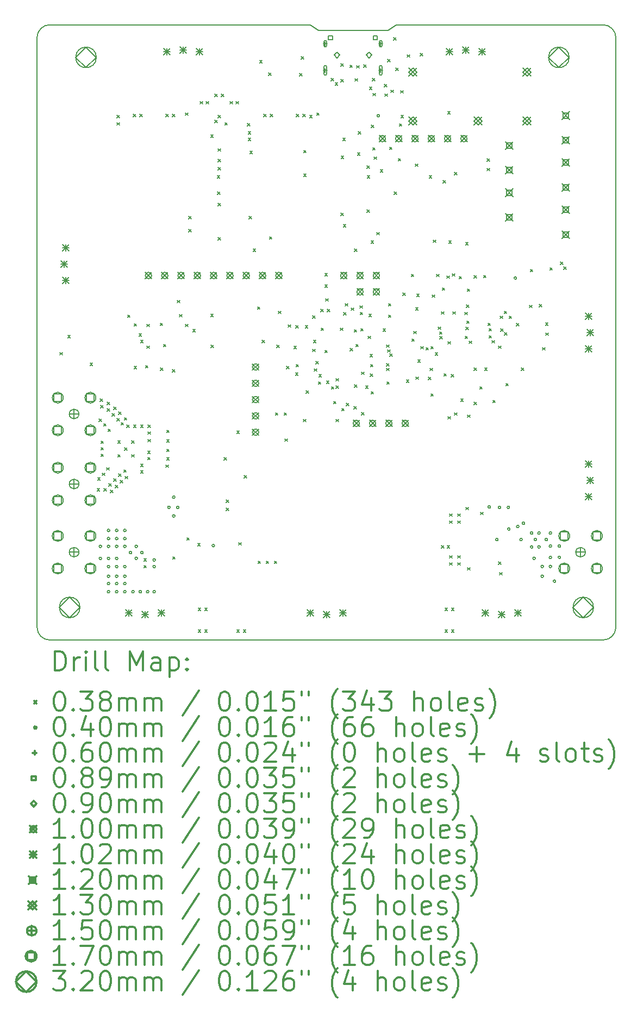
<source format=gbr>
%FSLAX45Y45*%
G04 Gerber Fmt 4.5, Leading zero omitted, Abs format (unit mm)*
G04 Created by KiCad (PCBNEW (5.1.5)-3) date 2021-06-25 12:35:52*
%MOMM*%
%LPD*%
G04 APERTURE LIST*
%TA.AperFunction,Profile*%
%ADD10C,0.150000*%
%TD*%
%ADD11C,0.200000*%
%ADD12C,0.300000*%
G04 APERTURE END LIST*
D10*
X9833610Y-5448910D02*
X9833610Y-14637410D01*
X10033610Y-14837410D02*
G75*
G02X9833610Y-14637410I0J200000D01*
G01*
X10033610Y-14837410D02*
X18650610Y-14837410D01*
X18850610Y-14637410D02*
G75*
G02X18650610Y-14837410I-200000J0D01*
G01*
X18850610Y-14637410D02*
X18850610Y-5448910D01*
X18650610Y-5248910D02*
G75*
G02X18850610Y-5448910I0J-200000D01*
G01*
X18650610Y-5248910D02*
X15427610Y-5249910D01*
X15427610Y-5249910D02*
X15300610Y-5338810D01*
X15300610Y-5338810D02*
X14221110Y-5338810D01*
X14221110Y-5338810D02*
X14093110Y-5248910D01*
X14093110Y-5248910D02*
X10033610Y-5248910D01*
X9833610Y-5448910D02*
G75*
G02X10033610Y-5248910I200000J0D01*
G01*
D11*
X10188792Y-10354940D02*
X10226892Y-10393040D01*
X10226892Y-10354940D02*
X10188792Y-10393040D01*
X10314380Y-10088160D02*
X10352480Y-10126260D01*
X10352480Y-10088160D02*
X10314380Y-10126260D01*
X10661651Y-10521950D02*
X10699751Y-10560050D01*
X10699751Y-10521950D02*
X10661651Y-10560050D01*
X10770870Y-12477750D02*
X10808970Y-12515850D01*
X10808970Y-12477750D02*
X10770870Y-12515850D01*
X10777728Y-12307316D02*
X10815828Y-12345416D01*
X10815828Y-12307316D02*
X10777728Y-12345416D01*
X10798556Y-11390884D02*
X10836656Y-11428984D01*
X10836656Y-11390884D02*
X10798556Y-11428984D01*
X10816336Y-11080242D02*
X10854436Y-11118342D01*
X10854436Y-11080242D02*
X10816336Y-11118342D01*
X10826750Y-11182350D02*
X10864850Y-11220450D01*
X10864850Y-11182350D02*
X10826750Y-11220450D01*
X10831480Y-11735800D02*
X10869580Y-11773900D01*
X10869580Y-11735800D02*
X10831480Y-11773900D01*
X10831480Y-11837400D02*
X10869580Y-11875500D01*
X10869580Y-11837400D02*
X10831480Y-11875500D01*
X10831480Y-11939000D02*
X10869580Y-11977100D01*
X10869580Y-11939000D02*
X10831480Y-11977100D01*
X10850880Y-12234164D02*
X10888980Y-12272264D01*
X10888980Y-12234164D02*
X10850880Y-12272264D01*
X10871708Y-11464036D02*
X10909808Y-11502136D01*
X10909808Y-11464036D02*
X10871708Y-11502136D01*
X10877550Y-12477750D02*
X10915650Y-12515850D01*
X10915650Y-12477750D02*
X10877550Y-12515850D01*
X10916920Y-12149836D02*
X10955020Y-12187936D01*
X10955020Y-12149836D02*
X10916920Y-12187936D01*
X10928350Y-11131550D02*
X10966450Y-11169650D01*
X10966450Y-11131550D02*
X10928350Y-11169650D01*
X10928350Y-11233150D02*
X10966450Y-11271250D01*
X10966450Y-11233150D02*
X10928350Y-11271250D01*
X10937748Y-11548364D02*
X10975848Y-11586464D01*
X10975848Y-11548364D02*
X10937748Y-11586464D01*
X10953750Y-12401550D02*
X10991850Y-12439650D01*
X10991850Y-12401550D02*
X10953750Y-12439650D01*
X10979150Y-12503150D02*
X11017250Y-12541250D01*
X11017250Y-12503150D02*
X10979150Y-12541250D01*
X11004550Y-11309350D02*
X11042650Y-11347450D01*
X11042650Y-11309350D02*
X11004550Y-11347450D01*
X11029950Y-11207750D02*
X11068050Y-11245850D01*
X11068050Y-11207750D02*
X11029950Y-11245850D01*
X11029950Y-12325350D02*
X11068050Y-12363450D01*
X11068050Y-12325350D02*
X11029950Y-12363450D01*
X11055350Y-12426950D02*
X11093450Y-12465050D01*
X11093450Y-12426950D02*
X11055350Y-12465050D01*
X11080748Y-6661150D02*
X11118848Y-6699250D01*
X11118848Y-6661150D02*
X11080748Y-6699250D01*
X11080750Y-6775450D02*
X11118850Y-6813550D01*
X11118850Y-6775450D02*
X11080750Y-6813550D01*
X11080750Y-11385550D02*
X11118850Y-11423650D01*
X11118850Y-11385550D02*
X11080750Y-11423650D01*
X11090560Y-11733260D02*
X11128660Y-11771360D01*
X11128660Y-11733260D02*
X11090560Y-11771360D01*
X11090560Y-11949160D02*
X11128660Y-11987260D01*
X11128660Y-11949160D02*
X11090560Y-11987260D01*
X11106150Y-11283950D02*
X11144250Y-11322050D01*
X11144250Y-11283950D02*
X11106150Y-11322050D01*
X11106150Y-12249150D02*
X11144250Y-12287250D01*
X11144250Y-12249150D02*
X11106150Y-12287250D01*
X11131550Y-12350750D02*
X11169650Y-12388850D01*
X11169650Y-12350750D02*
X11131550Y-12388850D01*
X11144250Y-11449050D02*
X11182350Y-11487150D01*
X11182350Y-11449050D02*
X11144250Y-11487150D01*
X11187080Y-12185650D02*
X11225180Y-12223750D01*
X11225180Y-12185650D02*
X11187080Y-12223750D01*
X11195050Y-11372850D02*
X11233150Y-11410950D01*
X11233150Y-11372850D02*
X11195050Y-11410950D01*
X11197138Y-11841365D02*
X11235238Y-11879465D01*
X11235238Y-11841365D02*
X11197138Y-11879465D01*
X11207750Y-12287250D02*
X11245850Y-12325350D01*
X11245850Y-12287250D02*
X11207750Y-12325350D01*
X11233150Y-11486880D02*
X11271250Y-11524980D01*
X11271250Y-11486880D02*
X11233150Y-11524980D01*
X11245850Y-9772650D02*
X11283950Y-9810750D01*
X11283950Y-9772650D02*
X11245850Y-9810750D01*
X11306460Y-11733260D02*
X11344560Y-11771360D01*
X11344560Y-11733260D02*
X11306460Y-11771360D01*
X11306460Y-11949160D02*
X11344560Y-11987260D01*
X11344560Y-11949160D02*
X11306460Y-11987260D01*
X11334496Y-6644640D02*
X11372596Y-6682740D01*
X11372596Y-6644640D02*
X11334496Y-6682740D01*
X11339480Y-11486880D02*
X11377580Y-11524980D01*
X11377580Y-11486880D02*
X11339480Y-11524980D01*
X11343986Y-9908152D02*
X11382086Y-9946252D01*
X11382086Y-9908152D02*
X11343986Y-9946252D01*
X11344560Y-10572750D02*
X11382660Y-10610850D01*
X11382660Y-10572750D02*
X11344560Y-10610850D01*
X11423650Y-10064750D02*
X11461750Y-10102850D01*
X11461750Y-10064750D02*
X11423650Y-10102850D01*
X11436097Y-6644640D02*
X11474197Y-6682740D01*
X11474197Y-6644640D02*
X11436097Y-6682740D01*
X11446160Y-11486880D02*
X11484260Y-11524980D01*
X11484260Y-11486880D02*
X11446160Y-11524980D01*
X11446510Y-12198080D02*
X11484610Y-12236180D01*
X11484610Y-12198080D02*
X11446510Y-12236180D01*
X11449050Y-10166351D02*
X11487150Y-10204451D01*
X11487150Y-10166351D02*
X11449050Y-10204451D01*
X11449050Y-12094210D02*
X11487150Y-12132310D01*
X11487150Y-12094210D02*
X11449050Y-12132310D01*
X11499850Y-13569950D02*
X11537950Y-13608050D01*
X11537950Y-13569950D02*
X11499850Y-13608050D01*
X11499850Y-13673940D02*
X11537950Y-13712040D01*
X11537950Y-13673940D02*
X11499850Y-13712040D01*
X11525250Y-10560050D02*
X11563350Y-10598150D01*
X11563350Y-10560050D02*
X11525250Y-10598150D01*
X11543653Y-9916203D02*
X11581753Y-9954303D01*
X11581753Y-9916203D02*
X11543653Y-9954303D01*
X11543982Y-10255134D02*
X11582082Y-10293234D01*
X11582082Y-10255134D02*
X11543982Y-10293234D01*
X11557920Y-11893280D02*
X11596020Y-11931380D01*
X11596020Y-11893280D02*
X11557920Y-11931380D01*
X11557920Y-11989800D02*
X11596020Y-12027900D01*
X11596020Y-11989800D02*
X11557920Y-12027900D01*
X11563000Y-11486880D02*
X11601100Y-11524980D01*
X11601100Y-11486880D02*
X11563000Y-11524980D01*
X11563000Y-11593560D02*
X11601100Y-11631660D01*
X11601100Y-11593560D02*
X11563000Y-11631660D01*
X11563000Y-11710400D02*
X11601100Y-11748500D01*
X11601100Y-11710400D02*
X11563000Y-11748500D01*
X11751071Y-9898864D02*
X11789171Y-9936964D01*
X11789171Y-9898864D02*
X11751071Y-9936964D01*
X11755664Y-10598150D02*
X11793764Y-10636250D01*
X11793764Y-10598150D02*
X11755664Y-10636250D01*
X11804650Y-10229850D02*
X11842750Y-10267950D01*
X11842750Y-10229850D02*
X11804650Y-10267950D01*
X11842495Y-6644640D02*
X11880595Y-6682740D01*
X11880595Y-6644640D02*
X11842495Y-6682740D01*
X11842750Y-12109451D02*
X11880850Y-12147551D01*
X11880850Y-12109451D02*
X11842750Y-12147551D01*
X11855100Y-11568160D02*
X11893200Y-11606260D01*
X11893200Y-11568160D02*
X11855100Y-11606260D01*
X11855100Y-11715480D02*
X11893200Y-11753580D01*
X11893200Y-11715480D02*
X11855100Y-11753580D01*
X11855100Y-11862800D02*
X11893200Y-11900900D01*
X11893200Y-11862800D02*
X11855100Y-11900900D01*
X11855450Y-11995150D02*
X11893550Y-12033250D01*
X11893550Y-11995150D02*
X11855450Y-12033250D01*
X11944096Y-6644640D02*
X11982196Y-6682740D01*
X11982196Y-6644640D02*
X11944096Y-6682740D01*
X11944350Y-10623550D02*
X11982450Y-10661650D01*
X11982450Y-10623550D02*
X11944350Y-10661650D01*
X11946890Y-13539470D02*
X11984990Y-13577570D01*
X11984990Y-13539470D02*
X11946890Y-13577570D01*
X12020550Y-9544050D02*
X12058650Y-9582150D01*
X12058650Y-9544050D02*
X12020550Y-9582150D01*
X12053217Y-9764012D02*
X12091317Y-9802112D01*
X12091317Y-9764012D02*
X12053217Y-9802112D01*
X12144826Y-9913245D02*
X12182926Y-9951345D01*
X12182926Y-9913245D02*
X12144826Y-9951345D01*
X12147550Y-6623050D02*
X12185650Y-6661150D01*
X12185650Y-6623050D02*
X12147550Y-6661150D01*
X12166725Y-13241146D02*
X12204825Y-13279246D01*
X12204825Y-13241146D02*
X12166725Y-13279246D01*
X12198350Y-8235953D02*
X12236450Y-8274053D01*
X12236450Y-8235953D02*
X12198350Y-8274053D01*
X12198350Y-8439150D02*
X12236450Y-8477250D01*
X12236450Y-8439150D02*
X12198350Y-8477250D01*
X12259310Y-9996170D02*
X12297410Y-10034270D01*
X12297410Y-9996170D02*
X12259310Y-10034270D01*
X12335160Y-13333460D02*
X12373260Y-13371560D01*
X12373260Y-13333460D02*
X12335160Y-13371560D01*
X12343320Y-14339750D02*
X12381420Y-14377850D01*
X12381420Y-14339750D02*
X12343320Y-14377850D01*
X12343320Y-14679750D02*
X12381420Y-14717850D01*
X12381420Y-14679750D02*
X12343320Y-14717850D01*
X12376150Y-6445250D02*
X12414250Y-6483350D01*
X12414250Y-6445250D02*
X12376150Y-6483350D01*
X12446000Y-14339750D02*
X12484100Y-14377850D01*
X12484100Y-14339750D02*
X12446000Y-14377850D01*
X12446000Y-14679750D02*
X12484100Y-14717850D01*
X12484100Y-14679750D02*
X12446000Y-14717850D01*
X12466653Y-6445250D02*
X12504753Y-6483350D01*
X12504753Y-6445250D02*
X12466653Y-6483350D01*
X12541249Y-9759951D02*
X12579349Y-9798051D01*
X12579349Y-9759951D02*
X12541249Y-9798051D01*
X12541250Y-6965950D02*
X12579350Y-7004050D01*
X12579350Y-6965950D02*
X12541250Y-7004050D01*
X12543860Y-10242550D02*
X12581960Y-10280650D01*
X12581960Y-10242550D02*
X12543860Y-10280650D01*
X12603353Y-6330950D02*
X12641453Y-6369050D01*
X12641453Y-6330950D02*
X12603353Y-6369050D01*
X12604750Y-6737350D02*
X12642850Y-6775450D01*
X12642850Y-6737350D02*
X12604750Y-6775450D01*
X12642850Y-7600950D02*
X12680950Y-7639050D01*
X12680950Y-7600950D02*
X12642850Y-7639050D01*
X12644882Y-7853680D02*
X12682982Y-7891780D01*
X12682982Y-7853680D02*
X12644882Y-7891780D01*
X12654153Y-6661144D02*
X12692253Y-6699244D01*
X12692253Y-6661144D02*
X12654153Y-6699244D01*
X12655550Y-7181850D02*
X12693650Y-7219950D01*
X12693650Y-7181850D02*
X12655550Y-7219950D01*
X12655550Y-7344410D02*
X12693650Y-7382510D01*
X12693650Y-7344410D02*
X12655550Y-7382510D01*
X12655550Y-7473950D02*
X12693650Y-7512050D01*
X12693650Y-7473950D02*
X12655550Y-7512050D01*
X12655550Y-8032750D02*
X12693650Y-8070850D01*
X12693650Y-8032750D02*
X12655550Y-8070850D01*
X12655550Y-8566150D02*
X12693650Y-8604250D01*
X12693650Y-8566150D02*
X12655550Y-8604250D01*
X12704953Y-6330950D02*
X12743053Y-6369050D01*
X12743053Y-6330950D02*
X12704953Y-6369050D01*
X12746990Y-11992610D02*
X12785090Y-12030710D01*
X12785090Y-11992610D02*
X12746990Y-12030710D01*
X12760961Y-6775908D02*
X12799061Y-6814008D01*
X12799061Y-6775908D02*
X12760961Y-6814008D01*
X12782550Y-12655550D02*
X12820650Y-12693650D01*
X12820650Y-12655550D02*
X12782550Y-12693650D01*
X12782550Y-12782550D02*
X12820650Y-12820650D01*
X12820650Y-12782550D02*
X12782550Y-12820650D01*
X12841653Y-6444996D02*
X12879753Y-6483096D01*
X12879753Y-6444996D02*
X12841653Y-6483096D01*
X12932156Y-6444996D02*
X12970256Y-6483096D01*
X12970256Y-6444996D02*
X12932156Y-6483096D01*
X12944760Y-11578320D02*
X12982860Y-11616420D01*
X12982860Y-11578320D02*
X12944760Y-11616420D01*
X12947650Y-14679750D02*
X12985750Y-14717850D01*
X12985750Y-14679750D02*
X12947650Y-14717850D01*
X12974720Y-13317620D02*
X13012820Y-13355720D01*
X13012820Y-13317620D02*
X12974720Y-13355720D01*
X13049250Y-14679750D02*
X13087350Y-14717850D01*
X13087350Y-14679750D02*
X13049250Y-14717850D01*
X13061950Y-12274550D02*
X13100050Y-12312650D01*
X13100050Y-12274550D02*
X13061950Y-12312650D01*
X13112242Y-6784848D02*
X13150342Y-6822948D01*
X13150342Y-6784848D02*
X13112242Y-6822948D01*
X13122910Y-6913880D02*
X13161010Y-6951980D01*
X13161010Y-6913880D02*
X13122910Y-6951980D01*
X13122910Y-7015481D02*
X13161010Y-7053581D01*
X13161010Y-7015481D02*
X13122910Y-7053581D01*
X13138150Y-8235948D02*
X13176250Y-8274048D01*
X13176250Y-8235948D02*
X13138150Y-8274048D01*
X13150850Y-7219950D02*
X13188950Y-7258050D01*
X13188950Y-7219950D02*
X13150850Y-7258050D01*
X13201650Y-8743950D02*
X13239750Y-8782050D01*
X13239750Y-8743950D02*
X13201650Y-8782050D01*
X13269421Y-9645650D02*
X13307521Y-9683750D01*
X13307521Y-9645650D02*
X13269421Y-9683750D01*
X13277850Y-13608050D02*
X13315950Y-13646150D01*
X13315950Y-13608050D02*
X13277850Y-13646150D01*
X13303250Y-5803900D02*
X13341350Y-5842000D01*
X13341350Y-5803900D02*
X13303250Y-5842000D01*
X13341350Y-10166350D02*
X13379450Y-10204450D01*
X13379450Y-10166350D02*
X13341350Y-10204450D01*
X13366496Y-6644640D02*
X13404596Y-6682740D01*
X13404596Y-6644640D02*
X13366496Y-6682740D01*
X13404850Y-13608050D02*
X13442950Y-13646150D01*
X13442950Y-13608050D02*
X13404850Y-13646150D01*
X13442950Y-6000750D02*
X13481050Y-6038850D01*
X13481050Y-6000750D02*
X13442950Y-6038850D01*
X13455653Y-8553450D02*
X13493753Y-8591550D01*
X13493753Y-8553450D02*
X13455653Y-8591550D01*
X13468097Y-6644640D02*
X13506197Y-6682740D01*
X13506197Y-6644640D02*
X13468097Y-6682740D01*
X13531850Y-13608050D02*
X13569950Y-13646150D01*
X13569950Y-13608050D02*
X13531850Y-13646150D01*
X13547090Y-11294110D02*
X13585190Y-11332210D01*
X13585190Y-11294110D02*
X13547090Y-11332210D01*
X13569950Y-10242550D02*
X13608050Y-10280650D01*
X13608050Y-10242550D02*
X13569950Y-10280650D01*
X13595350Y-9712009D02*
X13633450Y-9750109D01*
X13633450Y-9712009D02*
X13595350Y-9750109D01*
X13684250Y-11296650D02*
X13722350Y-11334750D01*
X13722350Y-11296650D02*
X13684250Y-11334750D01*
X13696950Y-11703050D02*
X13735050Y-11741150D01*
X13735050Y-11703050D02*
X13696950Y-11741150D01*
X13722350Y-10572750D02*
X13760450Y-10610850D01*
X13760450Y-10572750D02*
X13722350Y-10610850D01*
X13747750Y-9925048D02*
X13785850Y-9963148D01*
X13785850Y-9925048D02*
X13747750Y-9963148D01*
X13834150Y-10258050D02*
X13872250Y-10296150D01*
X13872250Y-10258050D02*
X13834150Y-10296150D01*
X13862050Y-10674350D02*
X13900150Y-10712450D01*
X13900150Y-10674350D02*
X13862050Y-10712450D01*
X13864590Y-9934892D02*
X13902690Y-9972992D01*
X13902690Y-9934892D02*
X13864590Y-9972992D01*
X13867183Y-10542532D02*
X13905283Y-10580632D01*
X13905283Y-10542532D02*
X13867183Y-10580632D01*
X13874495Y-6644640D02*
X13912595Y-6682740D01*
X13912595Y-6644640D02*
X13874495Y-6682740D01*
X13925550Y-6007100D02*
X13963650Y-6045200D01*
X13963650Y-6007100D02*
X13925550Y-6045200D01*
X13950950Y-5746747D02*
X13989050Y-5784847D01*
X13989050Y-5746747D02*
X13950950Y-5784847D01*
X13976096Y-6644640D02*
X14014196Y-6682740D01*
X14014196Y-6644640D02*
X13976096Y-6682740D01*
X13981430Y-11397742D02*
X14019530Y-11435842D01*
X14019530Y-11397742D02*
X13981430Y-11435842D01*
X13989050Y-7207250D02*
X14027150Y-7245350D01*
X14027150Y-7207250D02*
X13989050Y-7245350D01*
X13989050Y-7575550D02*
X14027150Y-7613650D01*
X14027150Y-7575550D02*
X13989050Y-7613650D01*
X14014450Y-9934892D02*
X14052550Y-9972992D01*
X14052550Y-9934892D02*
X14014450Y-9972992D01*
X14027150Y-10953750D02*
X14065250Y-10991850D01*
X14065250Y-10953750D02*
X14027150Y-10991850D01*
X14080149Y-6661506D02*
X14118249Y-6699606D01*
X14118249Y-6661506D02*
X14080149Y-6699606D01*
X14128750Y-9785350D02*
X14166850Y-9823450D01*
X14166850Y-9785350D02*
X14128750Y-9823450D01*
X14128750Y-10306050D02*
X14166850Y-10344150D01*
X14166850Y-10306050D02*
X14128750Y-10344150D01*
X14141450Y-10166349D02*
X14179550Y-10204449D01*
X14179550Y-10166349D02*
X14141450Y-10204449D01*
X14151209Y-10607910D02*
X14189309Y-10646010D01*
X14189309Y-10607910D02*
X14151209Y-10646010D01*
X14179550Y-10496550D02*
X14217650Y-10534650D01*
X14217650Y-10496550D02*
X14179550Y-10534650D01*
X14191488Y-6623304D02*
X14229588Y-6661404D01*
X14229588Y-6623304D02*
X14191488Y-6661404D01*
X14217650Y-10814050D02*
X14255750Y-10852150D01*
X14255750Y-10814050D02*
X14217650Y-10852150D01*
X14225950Y-10700010D02*
X14264050Y-10738110D01*
X14264050Y-10700010D02*
X14225950Y-10738110D01*
X14255750Y-9683754D02*
X14293850Y-9721854D01*
X14293850Y-9683754D02*
X14255750Y-9721854D01*
X14259676Y-9975851D02*
X14297776Y-10013951D01*
X14297776Y-9975851D02*
X14259676Y-10013951D01*
X14316325Y-10319705D02*
X14354425Y-10357805D01*
X14354425Y-10319705D02*
X14316325Y-10357805D01*
X14319250Y-9124950D02*
X14357350Y-9163050D01*
X14357350Y-9124950D02*
X14319250Y-9163050D01*
X14319250Y-9302751D02*
X14357350Y-9340851D01*
X14357350Y-9302751D02*
X14319250Y-9340851D01*
X14330806Y-9517505D02*
X14368906Y-9555605D01*
X14368906Y-9517505D02*
X14330806Y-9555605D01*
X14344650Y-10801350D02*
X14382750Y-10839450D01*
X14382750Y-10801350D02*
X14344650Y-10839450D01*
X14357350Y-9683750D02*
X14395450Y-9721850D01*
X14395450Y-9683750D02*
X14357350Y-9721850D01*
X14416278Y-6083046D02*
X14454378Y-6121146D01*
X14454378Y-6083046D02*
X14416278Y-6121146D01*
X14418229Y-10887710D02*
X14456329Y-10925810D01*
X14456329Y-10887710D02*
X14418229Y-10925810D01*
X14451612Y-11117464D02*
X14489712Y-11155564D01*
X14489712Y-11117464D02*
X14451612Y-11155564D01*
X14479270Y-6153150D02*
X14517370Y-6191250D01*
X14517370Y-6153150D02*
X14479270Y-6191250D01*
X14490252Y-11397742D02*
X14528352Y-11435842D01*
X14528352Y-11397742D02*
X14490252Y-11435842D01*
X14491890Y-10877436D02*
X14529990Y-10915536D01*
X14529990Y-10877436D02*
X14491890Y-10915536D01*
X14492208Y-10761090D02*
X14530308Y-10799190D01*
X14530308Y-10761090D02*
X14492208Y-10799190D01*
X14560550Y-9975847D02*
X14598650Y-10013947D01*
X14598650Y-9975847D02*
X14560550Y-10013947D01*
X14565630Y-8185150D02*
X14603730Y-8223250D01*
X14603730Y-8185150D02*
X14565630Y-8223250D01*
X14566900Y-5854701D02*
X14605000Y-5892801D01*
X14605000Y-5854701D02*
X14566900Y-5892801D01*
X14569001Y-6102350D02*
X14607101Y-6140450D01*
X14607101Y-6102350D02*
X14569001Y-6140450D01*
X14573250Y-7296150D02*
X14611350Y-7334250D01*
X14611350Y-7296150D02*
X14573250Y-7334250D01*
X14579600Y-11226799D02*
X14617700Y-11264899D01*
X14617700Y-11226799D02*
X14579600Y-11264899D01*
X14598650Y-7016750D02*
X14636750Y-7054850D01*
X14636750Y-7016750D02*
X14598650Y-7054850D01*
X14605001Y-8362950D02*
X14643101Y-8401050D01*
X14643101Y-8362950D02*
X14605001Y-8401050D01*
X14611350Y-9734550D02*
X14649450Y-9772650D01*
X14649450Y-9734550D02*
X14611350Y-9772650D01*
X14636750Y-9594850D02*
X14674850Y-9632950D01*
X14674850Y-9594850D02*
X14636750Y-9632950D01*
X14652659Y-11149091D02*
X14690759Y-11187191D01*
X14690759Y-11149091D02*
X14652659Y-11187191D01*
X14707869Y-5878830D02*
X14745969Y-5916930D01*
X14745969Y-5878830D02*
X14707869Y-5916930D01*
X14712950Y-10293350D02*
X14751050Y-10331450D01*
X14751050Y-10293350D02*
X14712950Y-10331450D01*
X14728184Y-9659364D02*
X14766284Y-9697464D01*
X14766284Y-9659364D02*
X14728184Y-9697464D01*
X14768830Y-11200130D02*
X14806930Y-11238230D01*
X14806930Y-11200130D02*
X14768830Y-11238230D01*
X14776450Y-10001249D02*
X14814550Y-10039349D01*
X14814550Y-10001249D02*
X14776450Y-10039349D01*
X14778736Y-8743696D02*
X14816836Y-8781796D01*
X14816836Y-8743696D02*
X14778736Y-8781796D01*
X14778956Y-10858953D02*
X14817056Y-10897053D01*
X14817056Y-10858953D02*
X14778956Y-10897053D01*
X14786610Y-6087110D02*
X14824710Y-6125210D01*
X14824710Y-6087110D02*
X14786610Y-6125210D01*
X14801852Y-10229850D02*
X14839952Y-10267950D01*
X14839952Y-10229850D02*
X14801852Y-10267950D01*
X14812010Y-5886450D02*
X14850110Y-5924550D01*
X14850110Y-5886450D02*
X14812010Y-5924550D01*
X14827254Y-7245350D02*
X14865354Y-7283450D01*
X14865354Y-7245350D02*
X14827254Y-7283450D01*
X14839950Y-6915150D02*
X14878050Y-6953250D01*
X14878050Y-6915150D02*
X14839950Y-6953250D01*
X14865351Y-9626600D02*
X14903451Y-9664700D01*
X14903451Y-9626600D02*
X14865351Y-9664700D01*
X14866450Y-9728200D02*
X14904550Y-9766300D01*
X14904550Y-9728200D02*
X14866450Y-9766300D01*
X14878732Y-9983839D02*
X14916832Y-10021939D01*
X14916832Y-9983839D02*
X14878732Y-10021939D01*
X14890750Y-11291888D02*
X14928850Y-11329988D01*
X14928850Y-11291888D02*
X14890750Y-11329988D01*
X14891258Y-10660380D02*
X14929358Y-10698480D01*
X14929358Y-10660380D02*
X14891258Y-10698480D01*
X14922502Y-5873750D02*
X14960602Y-5911850D01*
X14960602Y-5873750D02*
X14922502Y-5911850D01*
X14954250Y-10877550D02*
X14992350Y-10915650D01*
X14992350Y-10877550D02*
X14954250Y-10915650D01*
X14973300Y-7448550D02*
X15011400Y-7486650D01*
X15011400Y-7448550D02*
X14973300Y-7486650D01*
X14973300Y-8134350D02*
X15011400Y-8172450D01*
X15011400Y-8134350D02*
X14973300Y-8172450D01*
X14979650Y-7600950D02*
X15017750Y-7639050D01*
X15017750Y-7600950D02*
X14979650Y-7639050D01*
X14989810Y-10100310D02*
X15027910Y-10138410D01*
X15027910Y-10100310D02*
X14989810Y-10138410D01*
X15005050Y-9759949D02*
X15043150Y-9798049D01*
X15043150Y-9759949D02*
X15005050Y-9798049D01*
X15010130Y-6219190D02*
X15048230Y-6257290D01*
X15048230Y-6219190D02*
X15010130Y-6257290D01*
X15019707Y-10387143D02*
X15057807Y-10425243D01*
X15057807Y-10387143D02*
X15019707Y-10425243D01*
X15025370Y-10692130D02*
X15063470Y-10730230D01*
X15063470Y-10692130D02*
X15025370Y-10730230D01*
X15030450Y-10542269D02*
X15068550Y-10580369D01*
X15068550Y-10542269D02*
X15030450Y-10580369D01*
X15035515Y-10966944D02*
X15073615Y-11005044D01*
X15073615Y-10966944D02*
X15035515Y-11005044D01*
X15036800Y-8616950D02*
X15074900Y-8655050D01*
X15074900Y-8616950D02*
X15036800Y-8655050D01*
X15043150Y-6813550D02*
X15081250Y-6851650D01*
X15081250Y-6813550D02*
X15043150Y-6851650D01*
X15058390Y-6084570D02*
X15096490Y-6122670D01*
X15096490Y-6084570D02*
X15058390Y-6122670D01*
X15063433Y-7164107D02*
X15101533Y-7202207D01*
X15101533Y-7164107D02*
X15063433Y-7202207D01*
X15066010Y-6315710D02*
X15104110Y-6353810D01*
X15104110Y-6315710D02*
X15066010Y-6353810D01*
X15083790Y-7308850D02*
X15121890Y-7346950D01*
X15121890Y-7308850D02*
X15083790Y-7346950D01*
X15125700Y-8483600D02*
X15163800Y-8521700D01*
X15163800Y-8483600D02*
X15125700Y-8521700D01*
X15182850Y-7505700D02*
X15220950Y-7543800D01*
X15220950Y-7505700D02*
X15182850Y-7543800D01*
X15223490Y-9988550D02*
X15261590Y-10026650D01*
X15261590Y-9988550D02*
X15223490Y-10026650D01*
X15243810Y-6176010D02*
X15281910Y-6214110D01*
X15281910Y-6176010D02*
X15243810Y-6214110D01*
X15254354Y-6324855D02*
X15292454Y-6362955D01*
X15292454Y-6324855D02*
X15254354Y-6362955D01*
X15278100Y-10528300D02*
X15316200Y-10566400D01*
X15316200Y-10528300D02*
X15278100Y-10566400D01*
X15279370Y-10603230D02*
X15317470Y-10641330D01*
X15317470Y-10603230D02*
X15279370Y-10641330D01*
X15280894Y-10237216D02*
X15318994Y-10275316D01*
X15318994Y-10237216D02*
X15280894Y-10275316D01*
X15284450Y-10814050D02*
X15322550Y-10852150D01*
X15322550Y-10814050D02*
X15284450Y-10852150D01*
X15295070Y-10314125D02*
X15333170Y-10352225D01*
X15333170Y-10314125D02*
X15295070Y-10352225D01*
X15297150Y-5788661D02*
X15335250Y-5826761D01*
X15335250Y-5788661D02*
X15297150Y-5826761D01*
X15309850Y-9594850D02*
X15347950Y-9632950D01*
X15347950Y-9594850D02*
X15309850Y-9632950D01*
X15309850Y-9772650D02*
X15347950Y-9810750D01*
X15347950Y-9772650D02*
X15309850Y-9810750D01*
X15325090Y-7156450D02*
X15363190Y-7194550D01*
X15363190Y-7156450D02*
X15325090Y-7194550D01*
X15328946Y-10376660D02*
X15367046Y-10414760D01*
X15367046Y-10376660D02*
X15328946Y-10414760D01*
X15348204Y-6265418D02*
X15386304Y-6303518D01*
X15386304Y-6265418D02*
X15348204Y-6303518D01*
X15387065Y-5449937D02*
X15425165Y-5488037D01*
X15425165Y-5449937D02*
X15387065Y-5488037D01*
X15398750Y-7854955D02*
X15436850Y-7893055D01*
X15436850Y-7854955D02*
X15398750Y-7893055D01*
X15424150Y-5924548D02*
X15462250Y-5962648D01*
X15462250Y-5924548D02*
X15424150Y-5962648D01*
X15462250Y-7334250D02*
X15500350Y-7372350D01*
X15500350Y-7334250D02*
X15462250Y-7372350D01*
X15477490Y-6793230D02*
X15515590Y-6831330D01*
X15515590Y-6793230D02*
X15477490Y-6831330D01*
X15500350Y-6275070D02*
X15538450Y-6313170D01*
X15538450Y-6275070D02*
X15500350Y-6313170D01*
X15501369Y-6661429D02*
X15539469Y-6699529D01*
X15539469Y-6661429D02*
X15501369Y-6699529D01*
X15531592Y-9429496D02*
X15569692Y-9467596D01*
X15569692Y-9429496D02*
X15531592Y-9467596D01*
X15589250Y-10781409D02*
X15627350Y-10819509D01*
X15627350Y-10781409D02*
X15589250Y-10819509D01*
X15601950Y-5715000D02*
X15640050Y-5753100D01*
X15640050Y-5715000D02*
X15601950Y-5753100D01*
X15665450Y-9137650D02*
X15703550Y-9175750D01*
X15703550Y-9137650D02*
X15665450Y-9175750D01*
X15673578Y-10143998D02*
X15711678Y-10182098D01*
X15711678Y-10143998D02*
X15673578Y-10182098D01*
X15703550Y-10026650D02*
X15741650Y-10064750D01*
X15741650Y-10026650D02*
X15703550Y-10064750D01*
X15728949Y-7416801D02*
X15767049Y-7454901D01*
X15767049Y-7416801D02*
X15728949Y-7454901D01*
X15731744Y-9656826D02*
X15769844Y-9694926D01*
X15769844Y-9656826D02*
X15731744Y-9694926D01*
X15736817Y-10736388D02*
X15774917Y-10774488D01*
X15774917Y-10736388D02*
X15736817Y-10774488D01*
X15749778Y-9443466D02*
X15787878Y-9481566D01*
X15787878Y-9443466D02*
X15749778Y-9481566D01*
X15767050Y-10471150D02*
X15805150Y-10509250D01*
X15805150Y-10471150D02*
X15767050Y-10509250D01*
X15805150Y-5695950D02*
X15843250Y-5734050D01*
X15843250Y-5695950D02*
X15805150Y-5734050D01*
X15811500Y-10261600D02*
X15849600Y-10299700D01*
X15849600Y-10261600D02*
X15811500Y-10299700D01*
X15894050Y-10278590D02*
X15932150Y-10316690D01*
X15932150Y-10278590D02*
X15894050Y-10316690D01*
X15932150Y-10742164D02*
X15970250Y-10780264D01*
X15970250Y-10742164D02*
X15932150Y-10780264D01*
X15944850Y-7600955D02*
X15982950Y-7639055D01*
X15982950Y-7600955D02*
X15944850Y-7639055D01*
X15957550Y-10601641D02*
X15995650Y-10639741D01*
X15995650Y-10601641D02*
X15957550Y-10639741D01*
X15969004Y-10260557D02*
X16007104Y-10298657D01*
X16007104Y-10260557D02*
X15969004Y-10298657D01*
X15970250Y-10998200D02*
X16008350Y-11036300D01*
X16008350Y-10998200D02*
X15970250Y-11036300D01*
X15990062Y-9460104D02*
X16028162Y-9498204D01*
X16028162Y-9460104D02*
X15990062Y-9498204D01*
X16008350Y-8604250D02*
X16046450Y-8642350D01*
X16046450Y-8604250D02*
X16008350Y-8642350D01*
X16034894Y-10357995D02*
X16072994Y-10396095D01*
X16072994Y-10357995D02*
X16034894Y-10396095D01*
X16059150Y-9137650D02*
X16097250Y-9175750D01*
X16097250Y-9137650D02*
X16059150Y-9175750D01*
X16084550Y-9956800D02*
X16122650Y-9994900D01*
X16122650Y-9956800D02*
X16084550Y-9994900D01*
X16103600Y-10033000D02*
X16141700Y-10071100D01*
X16141700Y-10033000D02*
X16103600Y-10071100D01*
X16109394Y-10103885D02*
X16147494Y-10141985D01*
X16147494Y-10103885D02*
X16109394Y-10141985D01*
X16135350Y-9721850D02*
X16173450Y-9759950D01*
X16173450Y-9721850D02*
X16135350Y-9759950D01*
X16135350Y-13366750D02*
X16173450Y-13404850D01*
X16173450Y-13366750D02*
X16135350Y-13404850D01*
X16146526Y-9349104D02*
X16184626Y-9387204D01*
X16184626Y-9349104D02*
X16146526Y-9387204D01*
X16160750Y-7677150D02*
X16198850Y-7715250D01*
X16198850Y-7677150D02*
X16160750Y-7715250D01*
X16173450Y-10687050D02*
X16211550Y-10725150D01*
X16211550Y-10687050D02*
X16173450Y-10725150D01*
X16189222Y-14339750D02*
X16227322Y-14377850D01*
X16227322Y-14339750D02*
X16189222Y-14377850D01*
X16189222Y-14679750D02*
X16227322Y-14717850D01*
X16227322Y-14679750D02*
X16189222Y-14717850D01*
X16219424Y-9162542D02*
X16257524Y-9200642D01*
X16257524Y-9162542D02*
X16219424Y-9200642D01*
X16224250Y-13366750D02*
X16262350Y-13404850D01*
X16262350Y-13366750D02*
X16224250Y-13404850D01*
X16229550Y-6600190D02*
X16267650Y-6638290D01*
X16267650Y-6600190D02*
X16229550Y-6638290D01*
X16234410Y-10185400D02*
X16272510Y-10223500D01*
X16272510Y-10185400D02*
X16234410Y-10223500D01*
X16236950Y-11353800D02*
X16275050Y-11391900D01*
X16275050Y-11353800D02*
X16236950Y-11391900D01*
X16249650Y-8616954D02*
X16287750Y-8655054D01*
X16287750Y-8616954D02*
X16249650Y-8655054D01*
X16262350Y-12871450D02*
X16300450Y-12909550D01*
X16300450Y-12871450D02*
X16262350Y-12909550D01*
X16262350Y-12981250D02*
X16300450Y-13019350D01*
X16300450Y-12981250D02*
X16262350Y-13019350D01*
X16262350Y-13523650D02*
X16300450Y-13561750D01*
X16300450Y-13523650D02*
X16262350Y-13561750D01*
X16262350Y-13633450D02*
X16300450Y-13671550D01*
X16300450Y-13633450D02*
X16262350Y-13671550D01*
X16284891Y-10697435D02*
X16322991Y-10735535D01*
X16322991Y-10697435D02*
X16284891Y-10735535D01*
X16291902Y-14339750D02*
X16330002Y-14377850D01*
X16330002Y-14339750D02*
X16291902Y-14377850D01*
X16291902Y-14679750D02*
X16330002Y-14717850D01*
X16330002Y-14679750D02*
X16291902Y-14717850D01*
X16303752Y-9129522D02*
X16341852Y-9167622D01*
X16341852Y-9129522D02*
X16303752Y-9167622D01*
X16311880Y-9720834D02*
X16349980Y-9758934D01*
X16349980Y-9720834D02*
X16311880Y-9758934D01*
X16338547Y-11296650D02*
X16376647Y-11334750D01*
X16376647Y-11296650D02*
X16338547Y-11334750D01*
X16338550Y-7550149D02*
X16376650Y-7588249D01*
X16376650Y-7550149D02*
X16338550Y-7588249D01*
X16389350Y-12871450D02*
X16427450Y-12909550D01*
X16427450Y-12871450D02*
X16389350Y-12909550D01*
X16389350Y-12981250D02*
X16427450Y-13019350D01*
X16427450Y-12981250D02*
X16389350Y-13019350D01*
X16389350Y-13523650D02*
X16427450Y-13561750D01*
X16427450Y-13523650D02*
X16389350Y-13561750D01*
X16389350Y-13633450D02*
X16427450Y-13671550D01*
X16427450Y-13633450D02*
X16389350Y-13671550D01*
X16407638Y-9170162D02*
X16445738Y-9208262D01*
X16445738Y-9170162D02*
X16407638Y-9208262D01*
X16433799Y-11080750D02*
X16471899Y-11118850D01*
X16471899Y-11080750D02*
X16433799Y-11118850D01*
X16497300Y-9728200D02*
X16535400Y-9766300D01*
X16535400Y-9728200D02*
X16497300Y-9766300D01*
X16503185Y-10102850D02*
X16541285Y-10140950D01*
X16541285Y-10102850D02*
X16503185Y-10140950D01*
X16510000Y-8642350D02*
X16548100Y-8680450D01*
X16548100Y-8642350D02*
X16510000Y-8680450D01*
X16516308Y-9963150D02*
X16554408Y-10001250D01*
X16554408Y-9963150D02*
X16516308Y-10001250D01*
X16516350Y-12769850D02*
X16554450Y-12807950D01*
X16554450Y-12769850D02*
X16516350Y-12807950D01*
X16522700Y-9613900D02*
X16560800Y-9652000D01*
X16560800Y-9613900D02*
X16522700Y-9652000D01*
X16529370Y-9866289D02*
X16567470Y-9904389D01*
X16567470Y-9866289D02*
X16529370Y-9904389D01*
X16535908Y-9364980D02*
X16574008Y-9403080D01*
X16574008Y-9364980D02*
X16535908Y-9403080D01*
X16541750Y-11328400D02*
X16579850Y-11366500D01*
X16579850Y-11328400D02*
X16541750Y-11366500D01*
X16541750Y-13709651D02*
X16579850Y-13747751D01*
X16579850Y-13709651D02*
X16541750Y-13747751D01*
X16567150Y-10179050D02*
X16605250Y-10217150D01*
X16605250Y-10179050D02*
X16567150Y-10217150D01*
X16640808Y-9155908D02*
X16678908Y-9194008D01*
X16678908Y-9155908D02*
X16640808Y-9194008D01*
X16643350Y-10598150D02*
X16681450Y-10636250D01*
X16681450Y-10598150D02*
X16643350Y-10636250D01*
X16643350Y-11131550D02*
X16681450Y-11169650D01*
X16681450Y-11131550D02*
X16643350Y-11169650D01*
X16732249Y-10890250D02*
X16770349Y-10928350D01*
X16770349Y-10890250D02*
X16732249Y-10928350D01*
X16744950Y-12846050D02*
X16783050Y-12884150D01*
X16783050Y-12846050D02*
X16744950Y-12884150D01*
X16791940Y-9153906D02*
X16830040Y-9192006D01*
X16830040Y-9153906D02*
X16791940Y-9192006D01*
X16808450Y-10598150D02*
X16846550Y-10636250D01*
X16846550Y-10598150D02*
X16808450Y-10636250D01*
X16846550Y-7336800D02*
X16884650Y-7374900D01*
X16884650Y-7336800D02*
X16846550Y-7374900D01*
X16846550Y-7484100D02*
X16884650Y-7522200D01*
X16884650Y-7484100D02*
X16846550Y-7522200D01*
X16859250Y-9899650D02*
X16897350Y-9937750D01*
X16897350Y-9899650D02*
X16859250Y-9937750D01*
X16875003Y-9983850D02*
X16913103Y-10021950D01*
X16913103Y-9983850D02*
X16875003Y-10021950D01*
X16875643Y-10094850D02*
X16913743Y-10132950D01*
X16913743Y-10094850D02*
X16875643Y-10132950D01*
X16922562Y-10169022D02*
X16960662Y-10207122D01*
X16960662Y-10169022D02*
X16922562Y-10207122D01*
X16935450Y-11099800D02*
X16973550Y-11137900D01*
X16973550Y-11099800D02*
X16935450Y-11137900D01*
X17024350Y-10255250D02*
X17062450Y-10293350D01*
X17062450Y-10255250D02*
X17024350Y-10293350D01*
X17024350Y-13620750D02*
X17062450Y-13658850D01*
X17062450Y-13620750D02*
X17024350Y-13658850D01*
X17041401Y-13782633D02*
X17079501Y-13820733D01*
X17079501Y-13782633D02*
X17041401Y-13820733D01*
X17049750Y-9786748D02*
X17087850Y-9824848D01*
X17087850Y-9786748D02*
X17049750Y-9824848D01*
X17057560Y-9985600D02*
X17095660Y-10023700D01*
X17095660Y-9985600D02*
X17057560Y-10023700D01*
X17110545Y-9714144D02*
X17148645Y-9752244D01*
X17148645Y-9714144D02*
X17110545Y-9752244D01*
X17117074Y-10045910D02*
X17155174Y-10084010D01*
X17155174Y-10045910D02*
X17117074Y-10084010D01*
X17138650Y-10839450D02*
X17176750Y-10877550D01*
X17176750Y-10839450D02*
X17138650Y-10877550D01*
X17186560Y-9790160D02*
X17224660Y-9828260D01*
X17224660Y-9790160D02*
X17186560Y-9828260D01*
X17300860Y-9904460D02*
X17338960Y-9942560D01*
X17338960Y-9904460D02*
X17300860Y-9942560D01*
X17379950Y-10598153D02*
X17418050Y-10636253D01*
X17418050Y-10598153D02*
X17379950Y-10636253D01*
X17506950Y-9620248D02*
X17545050Y-9658348D01*
X17545050Y-9620248D02*
X17506950Y-9658348D01*
X17519650Y-9061450D02*
X17557750Y-9099550D01*
X17557750Y-9061450D02*
X17519650Y-9099550D01*
X17659350Y-9607545D02*
X17697450Y-9645645D01*
X17697450Y-9607545D02*
X17659350Y-9645645D01*
X17710149Y-10280650D02*
X17748249Y-10318750D01*
X17748249Y-10280650D02*
X17710149Y-10318750D01*
X17754601Y-9893300D02*
X17792701Y-9931400D01*
X17792701Y-9893300D02*
X17754601Y-9931400D01*
X17760950Y-10052050D02*
X17799050Y-10090150D01*
X17799050Y-10052050D02*
X17760950Y-10090150D01*
X17824450Y-9036049D02*
X17862550Y-9074149D01*
X17862550Y-9036049D02*
X17824450Y-9074149D01*
X17989546Y-8947150D02*
X18027646Y-8985250D01*
X18027646Y-8947150D02*
X17989546Y-8985250D01*
X18040350Y-9023350D02*
X18078450Y-9061450D01*
X18078450Y-9023350D02*
X18040350Y-9061450D01*
X10840400Y-13565200D02*
G75*
G03X10840400Y-13565200I-20000J0D01*
G01*
X10840908Y-13378256D02*
G75*
G03X10840908Y-13378256I-20000J0D01*
G01*
X10967400Y-13565200D02*
G75*
G03X10967400Y-13565200I-20000J0D01*
G01*
X10967400Y-13692200D02*
G75*
G03X10967400Y-13692200I-20000J0D01*
G01*
X10967400Y-13843000D02*
G75*
G03X10967400Y-13843000I-20000J0D01*
G01*
X10967400Y-13957300D02*
G75*
G03X10967400Y-13957300I-20000J0D01*
G01*
X10967400Y-14084300D02*
G75*
G03X10967400Y-14084300I-20000J0D01*
G01*
X10967908Y-13129336D02*
G75*
G03X10967908Y-13129336I-20000J0D01*
G01*
X10967908Y-13256336D02*
G75*
G03X10967908Y-13256336I-20000J0D01*
G01*
X10967908Y-13378256D02*
G75*
G03X10967908Y-13378256I-20000J0D01*
G01*
X11094400Y-13565200D02*
G75*
G03X11094400Y-13565200I-20000J0D01*
G01*
X11094400Y-13692200D02*
G75*
G03X11094400Y-13692200I-20000J0D01*
G01*
X11094400Y-13843000D02*
G75*
G03X11094400Y-13843000I-20000J0D01*
G01*
X11094400Y-13957300D02*
G75*
G03X11094400Y-13957300I-20000J0D01*
G01*
X11094400Y-14084300D02*
G75*
G03X11094400Y-14084300I-20000J0D01*
G01*
X11094908Y-13129336D02*
G75*
G03X11094908Y-13129336I-20000J0D01*
G01*
X11094908Y-13256336D02*
G75*
G03X11094908Y-13256336I-20000J0D01*
G01*
X11094908Y-13378256D02*
G75*
G03X11094908Y-13378256I-20000J0D01*
G01*
X11221400Y-13692200D02*
G75*
G03X11221400Y-13692200I-20000J0D01*
G01*
X11221400Y-13843000D02*
G75*
G03X11221400Y-13843000I-20000J0D01*
G01*
X11221400Y-13957300D02*
G75*
G03X11221400Y-13957300I-20000J0D01*
G01*
X11221400Y-14084300D02*
G75*
G03X11221400Y-14084300I-20000J0D01*
G01*
X11221908Y-13129336D02*
G75*
G03X11221908Y-13129336I-20000J0D01*
G01*
X11221908Y-13256336D02*
G75*
G03X11221908Y-13256336I-20000J0D01*
G01*
X11221908Y-13378256D02*
G75*
G03X11221908Y-13378256I-20000J0D01*
G01*
X11310300Y-13474700D02*
G75*
G03X11310300Y-13474700I-20000J0D01*
G01*
X11348400Y-14084300D02*
G75*
G03X11348400Y-14084300I-20000J0D01*
G01*
X11399200Y-13378256D02*
G75*
G03X11399200Y-13378256I-20000J0D01*
G01*
X11399200Y-13563600D02*
G75*
G03X11399200Y-13563600I-20000J0D01*
G01*
X11462700Y-14084300D02*
G75*
G03X11462700Y-14084300I-20000J0D01*
G01*
X11488100Y-13474700D02*
G75*
G03X11488100Y-13474700I-20000J0D01*
G01*
X11577000Y-14084300D02*
G75*
G03X11577000Y-14084300I-20000J0D01*
G01*
X11678600Y-13589000D02*
G75*
G03X11678600Y-13589000I-20000J0D01*
G01*
X11678600Y-13692200D02*
G75*
G03X11678600Y-13692200I-20000J0D01*
G01*
X11678600Y-14084300D02*
G75*
G03X11678600Y-14084300I-20000J0D01*
G01*
X11907910Y-12769850D02*
G75*
G03X11907910Y-12769850I-20000J0D01*
G01*
X11983400Y-12611100D02*
G75*
G03X11983400Y-12611100I-20000J0D01*
G01*
X11983400Y-12903200D02*
G75*
G03X11983400Y-12903200I-20000J0D01*
G01*
X12046900Y-12769850D02*
G75*
G03X12046900Y-12769850I-20000J0D01*
G01*
X12599350Y-13366750D02*
G75*
G03X12599350Y-13366750I-20000J0D01*
G01*
X15168560Y-6667500D02*
G75*
G03X15168560Y-6667500I-20000J0D01*
G01*
X16898300Y-12763500D02*
G75*
G03X16898300Y-12763500I-20000J0D01*
G01*
X17017400Y-13271500D02*
G75*
G03X17017400Y-13271500I-20000J0D01*
G01*
X17056752Y-12769850D02*
G75*
G03X17056752Y-12769850I-20000J0D01*
G01*
X17195742Y-12769850D02*
G75*
G03X17195742Y-12769850I-20000J0D01*
G01*
X17203100Y-13106400D02*
G75*
G03X17203100Y-13106400I-20000J0D01*
G01*
X17304703Y-9194800D02*
G75*
G03X17304703Y-9194800I-20000J0D01*
G01*
X17342800Y-13068300D02*
G75*
G03X17342800Y-13068300I-20000J0D01*
G01*
X17393600Y-13271500D02*
G75*
G03X17393600Y-13271500I-20000J0D01*
G01*
X17431700Y-13017500D02*
G75*
G03X17431700Y-13017500I-20000J0D01*
G01*
X17558700Y-13169900D02*
G75*
G03X17558700Y-13169900I-20000J0D01*
G01*
X17558700Y-13385800D02*
G75*
G03X17558700Y-13385800I-20000J0D01*
G01*
X17596800Y-13563600D02*
G75*
G03X17596800Y-13563600I-20000J0D01*
G01*
X17617400Y-13271500D02*
G75*
G03X17617400Y-13271500I-20000J0D01*
G01*
X17673000Y-13169900D02*
G75*
G03X17673000Y-13169900I-20000J0D01*
G01*
X17673000Y-13385800D02*
G75*
G03X17673000Y-13385800I-20000J0D01*
G01*
X17723800Y-13690600D02*
G75*
G03X17723800Y-13690600I-20000J0D01*
G01*
X17723800Y-13843000D02*
G75*
G03X17723800Y-13843000I-20000J0D01*
G01*
X17787300Y-13271500D02*
G75*
G03X17787300Y-13271500I-20000J0D01*
G01*
X17850800Y-13169900D02*
G75*
G03X17850800Y-13169900I-20000J0D01*
G01*
X17850800Y-13373100D02*
G75*
G03X17850800Y-13373100I-20000J0D01*
G01*
X17850800Y-13550900D02*
G75*
G03X17850800Y-13550900I-20000J0D01*
G01*
X17850800Y-13690600D02*
G75*
G03X17850800Y-13690600I-20000J0D01*
G01*
X17914300Y-13919200D02*
G75*
G03X17914300Y-13919200I-20000J0D01*
G01*
X17990500Y-13373100D02*
G75*
G03X17990500Y-13373100I-20000J0D01*
G01*
X17990500Y-13547420D02*
G75*
G03X17990500Y-13547420I-20000J0D01*
G01*
X14323660Y-5513680D02*
X14323660Y-5573680D01*
X14293660Y-5543680D02*
X14353660Y-5543680D01*
X14343660Y-5573680D02*
X14343660Y-5513680D01*
X14303660Y-5573680D02*
X14303660Y-5513680D01*
X14343660Y-5513680D02*
G75*
G03X14303660Y-5513680I-20000J0D01*
G01*
X14303660Y-5573680D02*
G75*
G03X14343660Y-5573680I20000J0D01*
G01*
X14323660Y-5928680D02*
X14323660Y-5988680D01*
X14293660Y-5958680D02*
X14353660Y-5958680D01*
X14343660Y-6013680D02*
X14343660Y-5903680D01*
X14303660Y-6013680D02*
X14303660Y-5903680D01*
X14343660Y-5903680D02*
G75*
G03X14303660Y-5903680I-20000J0D01*
G01*
X14303660Y-6013680D02*
G75*
G03X14343660Y-6013680I20000J0D01*
G01*
X15187660Y-5513680D02*
X15187660Y-5573680D01*
X15157660Y-5543680D02*
X15217660Y-5543680D01*
X15207660Y-5573680D02*
X15207660Y-5513680D01*
X15167660Y-5573680D02*
X15167660Y-5513680D01*
X15207660Y-5513680D02*
G75*
G03X15167660Y-5513680I-20000J0D01*
G01*
X15167660Y-5573680D02*
G75*
G03X15207660Y-5573680I20000J0D01*
G01*
X15187660Y-5928680D02*
X15187660Y-5988680D01*
X15157660Y-5958680D02*
X15217660Y-5958680D01*
X15207660Y-6013680D02*
X15207660Y-5903680D01*
X15167660Y-6013680D02*
X15167660Y-5903680D01*
X15207660Y-5903680D02*
G75*
G03X15167660Y-5903680I-20000J0D01*
G01*
X15167660Y-6013680D02*
G75*
G03X15207660Y-6013680I20000J0D01*
G01*
X14436291Y-5482271D02*
X14436291Y-5419409D01*
X14373429Y-5419409D01*
X14373429Y-5482271D01*
X14436291Y-5482271D01*
X15136291Y-5482271D02*
X15136291Y-5419409D01*
X15073429Y-5419409D01*
X15073429Y-5482271D01*
X15136291Y-5482271D01*
X14504860Y-5765840D02*
X14549860Y-5720840D01*
X14504860Y-5675840D01*
X14459860Y-5720840D01*
X14504860Y-5765840D01*
X15004860Y-5765840D02*
X15049860Y-5720840D01*
X15004860Y-5675840D01*
X14959860Y-5720840D01*
X15004860Y-5765840D01*
X15164600Y-6973100D02*
X15264600Y-7073100D01*
X15264600Y-6973100D02*
X15164600Y-7073100D01*
X15264600Y-7023100D02*
G75*
G03X15264600Y-7023100I-50000J0D01*
G01*
X15418600Y-6973100D02*
X15518600Y-7073100D01*
X15518600Y-6973100D02*
X15418600Y-7073100D01*
X15518600Y-7023100D02*
G75*
G03X15518600Y-7023100I-50000J0D01*
G01*
X15672600Y-6973100D02*
X15772600Y-7073100D01*
X15772600Y-6973100D02*
X15672600Y-7073100D01*
X15772600Y-7023100D02*
G75*
G03X15772600Y-7023100I-50000J0D01*
G01*
X15926600Y-6973100D02*
X16026600Y-7073100D01*
X16026600Y-6973100D02*
X15926600Y-7073100D01*
X16026600Y-7023100D02*
G75*
G03X16026600Y-7023100I-50000J0D01*
G01*
X16180600Y-6973100D02*
X16280600Y-7073100D01*
X16280600Y-6973100D02*
X16180600Y-7073100D01*
X16280600Y-7023100D02*
G75*
G03X16280600Y-7023100I-50000J0D01*
G01*
X16434600Y-6973100D02*
X16534600Y-7073100D01*
X16534600Y-6973100D02*
X16434600Y-7073100D01*
X16534600Y-7023100D02*
G75*
G03X16534600Y-7023100I-50000J0D01*
G01*
X13188480Y-10531640D02*
X13288480Y-10631640D01*
X13288480Y-10531640D02*
X13188480Y-10631640D01*
X13288480Y-10581640D02*
G75*
G03X13288480Y-10581640I-50000J0D01*
G01*
X13188480Y-10785640D02*
X13288480Y-10885640D01*
X13288480Y-10785640D02*
X13188480Y-10885640D01*
X13288480Y-10835640D02*
G75*
G03X13288480Y-10835640I-50000J0D01*
G01*
X13188480Y-11039640D02*
X13288480Y-11139640D01*
X13288480Y-11039640D02*
X13188480Y-11139640D01*
X13288480Y-11089640D02*
G75*
G03X13288480Y-11089640I-50000J0D01*
G01*
X13188480Y-11293640D02*
X13288480Y-11393640D01*
X13288480Y-11293640D02*
X13188480Y-11393640D01*
X13288480Y-11343640D02*
G75*
G03X13288480Y-11343640I-50000J0D01*
G01*
X13188480Y-11547640D02*
X13288480Y-11647640D01*
X13288480Y-11547640D02*
X13188480Y-11647640D01*
X13288480Y-11597640D02*
G75*
G03X13288480Y-11597640I-50000J0D01*
G01*
X14758200Y-11410480D02*
X14858200Y-11510480D01*
X14858200Y-11410480D02*
X14758200Y-11510480D01*
X14858200Y-11460480D02*
G75*
G03X14858200Y-11460480I-50000J0D01*
G01*
X15012200Y-11410480D02*
X15112200Y-11510480D01*
X15112200Y-11410480D02*
X15012200Y-11510480D01*
X15112200Y-11460480D02*
G75*
G03X15112200Y-11460480I-50000J0D01*
G01*
X15266200Y-11410480D02*
X15366200Y-11510480D01*
X15366200Y-11410480D02*
X15266200Y-11510480D01*
X15366200Y-11460480D02*
G75*
G03X15366200Y-11460480I-50000J0D01*
G01*
X15520200Y-11410480D02*
X15620200Y-11510480D01*
X15620200Y-11410480D02*
X15520200Y-11510480D01*
X15620200Y-11460480D02*
G75*
G03X15620200Y-11460480I-50000J0D01*
G01*
X14815350Y-9360700D02*
X14915350Y-9460700D01*
X14915350Y-9360700D02*
X14815350Y-9460700D01*
X14915350Y-9410700D02*
G75*
G03X14915350Y-9410700I-50000J0D01*
G01*
X15069350Y-9360700D02*
X15169350Y-9460700D01*
X15169350Y-9360700D02*
X15069350Y-9460700D01*
X15169350Y-9410700D02*
G75*
G03X15169350Y-9410700I-50000J0D01*
G01*
X14561350Y-9106700D02*
X14661350Y-9206700D01*
X14661350Y-9106700D02*
X14561350Y-9206700D01*
X14661350Y-9156700D02*
G75*
G03X14661350Y-9156700I-50000J0D01*
G01*
X14815350Y-9106700D02*
X14915350Y-9206700D01*
X14915350Y-9106700D02*
X14815350Y-9206700D01*
X14915350Y-9156700D02*
G75*
G03X14915350Y-9156700I-50000J0D01*
G01*
X15069350Y-9106700D02*
X15169350Y-9206700D01*
X15169350Y-9106700D02*
X15069350Y-9206700D01*
X15169350Y-9156700D02*
G75*
G03X15169350Y-9156700I-50000J0D01*
G01*
X11519700Y-9106700D02*
X11619700Y-9206700D01*
X11619700Y-9106700D02*
X11519700Y-9206700D01*
X11619700Y-9156700D02*
G75*
G03X11619700Y-9156700I-50000J0D01*
G01*
X11773700Y-9106700D02*
X11873700Y-9206700D01*
X11873700Y-9106700D02*
X11773700Y-9206700D01*
X11873700Y-9156700D02*
G75*
G03X11873700Y-9156700I-50000J0D01*
G01*
X12027700Y-9106700D02*
X12127700Y-9206700D01*
X12127700Y-9106700D02*
X12027700Y-9206700D01*
X12127700Y-9156700D02*
G75*
G03X12127700Y-9156700I-50000J0D01*
G01*
X12281700Y-9106700D02*
X12381700Y-9206700D01*
X12381700Y-9106700D02*
X12281700Y-9206700D01*
X12381700Y-9156700D02*
G75*
G03X12381700Y-9156700I-50000J0D01*
G01*
X12535700Y-9106700D02*
X12635700Y-9206700D01*
X12635700Y-9106700D02*
X12535700Y-9206700D01*
X12635700Y-9156700D02*
G75*
G03X12635700Y-9156700I-50000J0D01*
G01*
X12789700Y-9106700D02*
X12889700Y-9206700D01*
X12889700Y-9106700D02*
X12789700Y-9206700D01*
X12889700Y-9156700D02*
G75*
G03X12889700Y-9156700I-50000J0D01*
G01*
X13043700Y-9106700D02*
X13143700Y-9206700D01*
X13143700Y-9106700D02*
X13043700Y-9206700D01*
X13143700Y-9156700D02*
G75*
G03X13143700Y-9156700I-50000J0D01*
G01*
X13297700Y-9106700D02*
X13397700Y-9206700D01*
X13397700Y-9106700D02*
X13297700Y-9206700D01*
X13397700Y-9156700D02*
G75*
G03X13397700Y-9156700I-50000J0D01*
G01*
X13551700Y-9106700D02*
X13651700Y-9206700D01*
X13651700Y-9106700D02*
X13551700Y-9206700D01*
X13651700Y-9156700D02*
G75*
G03X13651700Y-9156700I-50000J0D01*
G01*
X11214100Y-14363700D02*
X11315700Y-14465300D01*
X11315700Y-14363700D02*
X11214100Y-14465300D01*
X11264900Y-14363700D02*
X11264900Y-14465300D01*
X11214100Y-14414500D02*
X11315700Y-14414500D01*
X11468100Y-14389100D02*
X11569700Y-14490700D01*
X11569700Y-14389100D02*
X11468100Y-14490700D01*
X11518900Y-14389100D02*
X11518900Y-14490700D01*
X11468100Y-14439900D02*
X11569700Y-14439900D01*
X11722100Y-14363700D02*
X11823700Y-14465300D01*
X11823700Y-14363700D02*
X11722100Y-14465300D01*
X11772900Y-14363700D02*
X11772900Y-14465300D01*
X11722100Y-14414500D02*
X11823700Y-14414500D01*
X10203810Y-8926560D02*
X10305410Y-9028160D01*
X10305410Y-8926560D02*
X10203810Y-9028160D01*
X10254610Y-8926560D02*
X10254610Y-9028160D01*
X10203810Y-8977360D02*
X10305410Y-8977360D01*
X10229210Y-8672560D02*
X10330810Y-8774160D01*
X10330810Y-8672560D02*
X10229210Y-8774160D01*
X10280010Y-8672560D02*
X10280010Y-8774160D01*
X10229210Y-8723360D02*
X10330810Y-8723360D01*
X10229210Y-9180560D02*
X10330810Y-9282160D01*
X10330810Y-9180560D02*
X10229210Y-9282160D01*
X10280010Y-9180560D02*
X10280010Y-9282160D01*
X10229210Y-9231360D02*
X10330810Y-9231360D01*
X14037310Y-14363700D02*
X14138910Y-14465300D01*
X14138910Y-14363700D02*
X14037310Y-14465300D01*
X14088110Y-14363700D02*
X14088110Y-14465300D01*
X14037310Y-14414500D02*
X14138910Y-14414500D01*
X14291310Y-14389100D02*
X14392910Y-14490700D01*
X14392910Y-14389100D02*
X14291310Y-14490700D01*
X14342110Y-14389100D02*
X14342110Y-14490700D01*
X14291310Y-14439900D02*
X14392910Y-14439900D01*
X14545310Y-14363700D02*
X14646910Y-14465300D01*
X14646910Y-14363700D02*
X14545310Y-14465300D01*
X14596110Y-14363700D02*
X14596110Y-14465300D01*
X14545310Y-14414500D02*
X14646910Y-14414500D01*
X11801760Y-5620310D02*
X11903360Y-5721910D01*
X11903360Y-5620310D02*
X11801760Y-5721910D01*
X11852560Y-5620310D02*
X11852560Y-5721910D01*
X11801760Y-5671110D02*
X11903360Y-5671110D01*
X12055760Y-5594910D02*
X12157360Y-5696510D01*
X12157360Y-5594910D02*
X12055760Y-5696510D01*
X12106560Y-5594910D02*
X12106560Y-5696510D01*
X12055760Y-5645710D02*
X12157360Y-5645710D01*
X12309760Y-5620310D02*
X12411360Y-5721910D01*
X12411360Y-5620310D02*
X12309760Y-5721910D01*
X12360560Y-5620310D02*
X12360560Y-5721910D01*
X12309760Y-5671110D02*
X12411360Y-5671110D01*
X16764000Y-14363700D02*
X16865600Y-14465300D01*
X16865600Y-14363700D02*
X16764000Y-14465300D01*
X16814800Y-14363700D02*
X16814800Y-14465300D01*
X16764000Y-14414500D02*
X16865600Y-14414500D01*
X17018000Y-14389100D02*
X17119600Y-14490700D01*
X17119600Y-14389100D02*
X17018000Y-14490700D01*
X17068800Y-14389100D02*
X17068800Y-14490700D01*
X17018000Y-14439900D02*
X17119600Y-14439900D01*
X17272000Y-14363700D02*
X17373600Y-14465300D01*
X17373600Y-14363700D02*
X17272000Y-14465300D01*
X17322800Y-14363700D02*
X17322800Y-14465300D01*
X17272000Y-14414500D02*
X17373600Y-14414500D01*
X18376110Y-9739360D02*
X18477710Y-9840960D01*
X18477710Y-9739360D02*
X18376110Y-9840960D01*
X18426910Y-9739360D02*
X18426910Y-9840960D01*
X18376110Y-9790160D02*
X18477710Y-9790160D01*
X18376110Y-10247360D02*
X18477710Y-10348960D01*
X18477710Y-10247360D02*
X18376110Y-10348960D01*
X18426910Y-10247360D02*
X18426910Y-10348960D01*
X18376110Y-10298160D02*
X18477710Y-10298160D01*
X18401510Y-9993360D02*
X18503110Y-10094960D01*
X18503110Y-9993360D02*
X18401510Y-10094960D01*
X18452310Y-9993360D02*
X18452310Y-10094960D01*
X18401510Y-10044160D02*
X18503110Y-10044160D01*
X18376900Y-12039600D02*
X18478500Y-12141200D01*
X18478500Y-12039600D02*
X18376900Y-12141200D01*
X18427700Y-12039600D02*
X18427700Y-12141200D01*
X18376900Y-12090400D02*
X18478500Y-12090400D01*
X18376900Y-12547600D02*
X18478500Y-12649200D01*
X18478500Y-12547600D02*
X18376900Y-12649200D01*
X18427700Y-12547600D02*
X18427700Y-12649200D01*
X18376900Y-12598400D02*
X18478500Y-12598400D01*
X18402300Y-12293600D02*
X18503900Y-12395200D01*
X18503900Y-12293600D02*
X18402300Y-12395200D01*
X18453100Y-12293600D02*
X18453100Y-12395200D01*
X18402300Y-12344400D02*
X18503900Y-12344400D01*
X16209610Y-5620310D02*
X16311210Y-5721910D01*
X16311210Y-5620310D02*
X16209610Y-5721910D01*
X16260410Y-5620310D02*
X16260410Y-5721910D01*
X16209610Y-5671110D02*
X16311210Y-5671110D01*
X16463610Y-5594910D02*
X16565210Y-5696510D01*
X16565210Y-5594910D02*
X16463610Y-5696510D01*
X16514410Y-5594910D02*
X16514410Y-5696510D01*
X16463610Y-5645710D02*
X16565210Y-5645710D01*
X16717610Y-5620310D02*
X16819210Y-5721910D01*
X16819210Y-5620310D02*
X16717610Y-5721910D01*
X16768410Y-5620310D02*
X16768410Y-5721910D01*
X16717610Y-5671110D02*
X16819210Y-5671110D01*
X18010810Y-8071630D02*
X18130810Y-8191630D01*
X18130810Y-8071630D02*
X18010810Y-8191630D01*
X18113237Y-8174056D02*
X18113237Y-8089203D01*
X18028383Y-8089203D01*
X18028383Y-8174056D01*
X18113237Y-8174056D01*
X18010810Y-8457190D02*
X18130810Y-8577190D01*
X18130810Y-8457190D02*
X18010810Y-8577190D01*
X18113237Y-8559616D02*
X18113237Y-8474763D01*
X18028383Y-8474763D01*
X18028383Y-8559616D01*
X18113237Y-8559616D01*
X18010810Y-7336070D02*
X18130810Y-7456070D01*
X18130810Y-7336070D02*
X18010810Y-7456070D01*
X18113237Y-7438496D02*
X18113237Y-7353643D01*
X18028383Y-7353643D01*
X18028383Y-7438496D01*
X18113237Y-7438496D01*
X18010810Y-7721630D02*
X18130810Y-7841630D01*
X18130810Y-7721630D02*
X18010810Y-7841630D01*
X18113237Y-7824056D02*
X18113237Y-7739203D01*
X18028383Y-7739203D01*
X18028383Y-7824056D01*
X18113237Y-7824056D01*
X17131710Y-7804930D02*
X17251710Y-7924930D01*
X17251710Y-7804930D02*
X17131710Y-7924930D01*
X17234137Y-7907356D02*
X17234137Y-7822503D01*
X17149283Y-7822503D01*
X17149283Y-7907356D01*
X17234137Y-7907356D01*
X17131710Y-8190490D02*
X17251710Y-8310490D01*
X17251710Y-8190490D02*
X17131710Y-8310490D01*
X17234137Y-8292916D02*
X17234137Y-8208063D01*
X17149283Y-8208063D01*
X17149283Y-8292916D01*
X17234137Y-8292916D01*
X18010810Y-6602420D02*
X18130810Y-6722420D01*
X18130810Y-6602420D02*
X18010810Y-6722420D01*
X18113237Y-6704847D02*
X18113237Y-6619993D01*
X18028383Y-6619993D01*
X18028383Y-6704847D01*
X18113237Y-6704847D01*
X18010810Y-6987980D02*
X18130810Y-7107980D01*
X18130810Y-6987980D02*
X18010810Y-7107980D01*
X18113237Y-7090407D02*
X18113237Y-7005553D01*
X18028383Y-7005553D01*
X18028383Y-7090407D01*
X18113237Y-7090407D01*
X17131710Y-7069370D02*
X17251710Y-7189370D01*
X17251710Y-7069370D02*
X17131710Y-7189370D01*
X17234137Y-7171796D02*
X17234137Y-7086943D01*
X17149283Y-7086943D01*
X17149283Y-7171796D01*
X17234137Y-7171796D01*
X17131710Y-7454930D02*
X17251710Y-7574930D01*
X17251710Y-7454930D02*
X17131710Y-7574930D01*
X17234137Y-7557356D02*
X17234137Y-7472503D01*
X17149283Y-7472503D01*
X17149283Y-7557356D01*
X17234137Y-7557356D01*
X15624460Y-5921740D02*
X15754000Y-6051280D01*
X15754000Y-5921740D02*
X15624460Y-6051280D01*
X15689230Y-6051280D02*
X15754000Y-5986510D01*
X15689230Y-5921740D01*
X15624460Y-5986510D01*
X15689230Y-6051280D01*
X15624460Y-6683740D02*
X15754000Y-6813280D01*
X15754000Y-6683740D02*
X15624460Y-6813280D01*
X15689230Y-6813280D02*
X15754000Y-6748510D01*
X15689230Y-6683740D01*
X15624460Y-6748510D01*
X15689230Y-6813280D01*
X16640460Y-6683740D02*
X16770000Y-6813280D01*
X16770000Y-6683740D02*
X16640460Y-6813280D01*
X16705230Y-6813280D02*
X16770000Y-6748510D01*
X16705230Y-6683740D01*
X16640460Y-6748510D01*
X16705230Y-6813280D01*
X17402460Y-5921740D02*
X17532000Y-6051280D01*
X17532000Y-5921740D02*
X17402460Y-6051280D01*
X17467230Y-6051280D02*
X17532000Y-5986510D01*
X17467230Y-5921740D01*
X17402460Y-5986510D01*
X17467230Y-6051280D01*
X17402460Y-6683740D02*
X17532000Y-6813280D01*
X17532000Y-6683740D02*
X17402460Y-6813280D01*
X17467230Y-6813280D02*
X17532000Y-6748510D01*
X17467230Y-6683740D01*
X17402460Y-6748510D01*
X17467230Y-6813280D01*
X10411110Y-13393410D02*
X10411110Y-13543410D01*
X10336110Y-13468410D02*
X10486110Y-13468410D01*
X10486110Y-13468410D02*
G75*
G03X10486110Y-13468410I-75000J0D01*
G01*
X18300700Y-13393410D02*
X18300700Y-13543410D01*
X18225700Y-13468410D02*
X18375700Y-13468410D01*
X18375700Y-13468410D02*
G75*
G03X18375700Y-13468410I-75000J0D01*
G01*
X10411110Y-11239871D02*
X10411110Y-11389871D01*
X10336110Y-11314871D02*
X10486110Y-11314871D01*
X10486110Y-11314871D02*
G75*
G03X10486110Y-11314871I-75000J0D01*
G01*
X10411110Y-12330890D02*
X10411110Y-12480890D01*
X10336110Y-12405890D02*
X10486110Y-12405890D01*
X10486110Y-12405890D02*
G75*
G03X10486110Y-12405890I-75000J0D01*
G01*
X10217215Y-12211994D02*
X10217215Y-12091785D01*
X10097005Y-12091785D01*
X10097005Y-12211994D01*
X10217215Y-12211994D01*
X10242110Y-12151890D02*
G75*
G03X10242110Y-12151890I-85000J0D01*
G01*
X10217215Y-12719994D02*
X10217215Y-12599785D01*
X10097005Y-12599785D01*
X10097005Y-12719994D01*
X10217215Y-12719994D01*
X10242110Y-12659890D02*
G75*
G03X10242110Y-12659890I-85000J0D01*
G01*
X10725215Y-12211994D02*
X10725215Y-12091785D01*
X10605005Y-12091785D01*
X10605005Y-12211994D01*
X10725215Y-12211994D01*
X10750110Y-12151890D02*
G75*
G03X10750110Y-12151890I-85000J0D01*
G01*
X10725215Y-12719994D02*
X10725215Y-12599785D01*
X10605005Y-12599785D01*
X10605005Y-12719994D01*
X10725215Y-12719994D01*
X10750110Y-12659890D02*
G75*
G03X10750110Y-12659890I-85000J0D01*
G01*
X10217215Y-13274514D02*
X10217215Y-13154305D01*
X10097005Y-13154305D01*
X10097005Y-13274514D01*
X10217215Y-13274514D01*
X10242110Y-13214410D02*
G75*
G03X10242110Y-13214410I-85000J0D01*
G01*
X10217215Y-13782514D02*
X10217215Y-13662305D01*
X10097005Y-13662305D01*
X10097005Y-13782514D01*
X10217215Y-13782514D01*
X10242110Y-13722410D02*
G75*
G03X10242110Y-13722410I-85000J0D01*
G01*
X10725215Y-13274514D02*
X10725215Y-13154305D01*
X10605005Y-13154305D01*
X10605005Y-13274514D01*
X10725215Y-13274514D01*
X10750110Y-13214410D02*
G75*
G03X10750110Y-13214410I-85000J0D01*
G01*
X10725215Y-13782514D02*
X10725215Y-13662305D01*
X10605005Y-13662305D01*
X10605005Y-13782514D01*
X10725215Y-13782514D01*
X10750110Y-13722410D02*
G75*
G03X10750110Y-13722410I-85000J0D01*
G01*
X18106805Y-13274514D02*
X18106805Y-13154305D01*
X17986595Y-13154305D01*
X17986595Y-13274514D01*
X18106805Y-13274514D01*
X18131700Y-13214410D02*
G75*
G03X18131700Y-13214410I-85000J0D01*
G01*
X18106805Y-13782514D02*
X18106805Y-13662305D01*
X17986595Y-13662305D01*
X17986595Y-13782514D01*
X18106805Y-13782514D01*
X18131700Y-13722410D02*
G75*
G03X18131700Y-13722410I-85000J0D01*
G01*
X18614805Y-13274514D02*
X18614805Y-13154305D01*
X18494595Y-13154305D01*
X18494595Y-13274514D01*
X18614805Y-13274514D01*
X18639700Y-13214410D02*
G75*
G03X18639700Y-13214410I-85000J0D01*
G01*
X18614805Y-13782514D02*
X18614805Y-13662305D01*
X18494595Y-13662305D01*
X18494595Y-13782514D01*
X18614805Y-13782514D01*
X18639700Y-13722410D02*
G75*
G03X18639700Y-13722410I-85000J0D01*
G01*
X10217215Y-11120976D02*
X10217215Y-11000766D01*
X10097005Y-11000766D01*
X10097005Y-11120976D01*
X10217215Y-11120976D01*
X10242110Y-11060871D02*
G75*
G03X10242110Y-11060871I-85000J0D01*
G01*
X10217215Y-11628975D02*
X10217215Y-11508766D01*
X10097005Y-11508766D01*
X10097005Y-11628975D01*
X10217215Y-11628975D01*
X10242110Y-11568871D02*
G75*
G03X10242110Y-11568871I-85000J0D01*
G01*
X10725215Y-11120976D02*
X10725215Y-11000766D01*
X10605005Y-11000766D01*
X10605005Y-11120976D01*
X10725215Y-11120976D01*
X10750110Y-11060871D02*
G75*
G03X10750110Y-11060871I-85000J0D01*
G01*
X10725215Y-11628975D02*
X10725215Y-11508766D01*
X10605005Y-11508766D01*
X10605005Y-11628975D01*
X10725215Y-11628975D01*
X10750110Y-11568871D02*
G75*
G03X10750110Y-11568871I-85000J0D01*
G01*
X10596610Y-5916910D02*
X10756610Y-5756910D01*
X10596610Y-5596910D01*
X10436610Y-5756910D01*
X10596610Y-5916910D01*
X10756610Y-5756910D02*
G75*
G03X10756610Y-5756910I-160000J0D01*
G01*
X17962610Y-5916910D02*
X18122610Y-5756910D01*
X17962610Y-5596910D01*
X17802610Y-5756910D01*
X17962610Y-5916910D01*
X18122610Y-5756910D02*
G75*
G03X18122610Y-5756910I-160000J0D01*
G01*
X18342610Y-14489410D02*
X18502610Y-14329410D01*
X18342610Y-14169410D01*
X18182610Y-14329410D01*
X18342610Y-14489410D01*
X18502610Y-14329410D02*
G75*
G03X18502610Y-14329410I-160000J0D01*
G01*
X10342610Y-14489410D02*
X10502610Y-14329410D01*
X10342610Y-14169410D01*
X10182610Y-14329410D01*
X10342610Y-14489410D01*
X10502610Y-14329410D02*
G75*
G03X10502610Y-14329410I-160000J0D01*
G01*
D12*
X10112538Y-15310624D02*
X10112538Y-15010624D01*
X10183967Y-15010624D01*
X10226824Y-15024910D01*
X10255396Y-15053481D01*
X10269681Y-15082053D01*
X10283967Y-15139196D01*
X10283967Y-15182053D01*
X10269681Y-15239196D01*
X10255396Y-15267767D01*
X10226824Y-15296339D01*
X10183967Y-15310624D01*
X10112538Y-15310624D01*
X10412538Y-15310624D02*
X10412538Y-15110624D01*
X10412538Y-15167767D02*
X10426824Y-15139196D01*
X10441110Y-15124910D01*
X10469681Y-15110624D01*
X10498253Y-15110624D01*
X10598253Y-15310624D02*
X10598253Y-15110624D01*
X10598253Y-15010624D02*
X10583967Y-15024910D01*
X10598253Y-15039196D01*
X10612538Y-15024910D01*
X10598253Y-15010624D01*
X10598253Y-15039196D01*
X10783967Y-15310624D02*
X10755396Y-15296339D01*
X10741110Y-15267767D01*
X10741110Y-15010624D01*
X10941110Y-15310624D02*
X10912538Y-15296339D01*
X10898253Y-15267767D01*
X10898253Y-15010624D01*
X11283967Y-15310624D02*
X11283967Y-15010624D01*
X11383967Y-15224910D01*
X11483967Y-15010624D01*
X11483967Y-15310624D01*
X11755396Y-15310624D02*
X11755396Y-15153481D01*
X11741110Y-15124910D01*
X11712538Y-15110624D01*
X11655396Y-15110624D01*
X11626824Y-15124910D01*
X11755396Y-15296339D02*
X11726824Y-15310624D01*
X11655396Y-15310624D01*
X11626824Y-15296339D01*
X11612538Y-15267767D01*
X11612538Y-15239196D01*
X11626824Y-15210624D01*
X11655396Y-15196339D01*
X11726824Y-15196339D01*
X11755396Y-15182053D01*
X11898253Y-15110624D02*
X11898253Y-15410624D01*
X11898253Y-15124910D02*
X11926824Y-15110624D01*
X11983967Y-15110624D01*
X12012538Y-15124910D01*
X12026824Y-15139196D01*
X12041110Y-15167767D01*
X12041110Y-15253481D01*
X12026824Y-15282053D01*
X12012538Y-15296339D01*
X11983967Y-15310624D01*
X11926824Y-15310624D01*
X11898253Y-15296339D01*
X12169681Y-15282053D02*
X12183967Y-15296339D01*
X12169681Y-15310624D01*
X12155396Y-15296339D01*
X12169681Y-15282053D01*
X12169681Y-15310624D01*
X12169681Y-15124910D02*
X12183967Y-15139196D01*
X12169681Y-15153481D01*
X12155396Y-15139196D01*
X12169681Y-15124910D01*
X12169681Y-15153481D01*
X9788010Y-15785860D02*
X9826110Y-15823960D01*
X9826110Y-15785860D02*
X9788010Y-15823960D01*
X10169681Y-15640624D02*
X10198253Y-15640624D01*
X10226824Y-15654910D01*
X10241110Y-15669196D01*
X10255396Y-15697767D01*
X10269681Y-15754910D01*
X10269681Y-15826339D01*
X10255396Y-15883481D01*
X10241110Y-15912053D01*
X10226824Y-15926339D01*
X10198253Y-15940624D01*
X10169681Y-15940624D01*
X10141110Y-15926339D01*
X10126824Y-15912053D01*
X10112538Y-15883481D01*
X10098253Y-15826339D01*
X10098253Y-15754910D01*
X10112538Y-15697767D01*
X10126824Y-15669196D01*
X10141110Y-15654910D01*
X10169681Y-15640624D01*
X10398253Y-15912053D02*
X10412538Y-15926339D01*
X10398253Y-15940624D01*
X10383967Y-15926339D01*
X10398253Y-15912053D01*
X10398253Y-15940624D01*
X10512538Y-15640624D02*
X10698253Y-15640624D01*
X10598253Y-15754910D01*
X10641110Y-15754910D01*
X10669681Y-15769196D01*
X10683967Y-15783481D01*
X10698253Y-15812053D01*
X10698253Y-15883481D01*
X10683967Y-15912053D01*
X10669681Y-15926339D01*
X10641110Y-15940624D01*
X10555396Y-15940624D01*
X10526824Y-15926339D01*
X10512538Y-15912053D01*
X10869681Y-15769196D02*
X10841110Y-15754910D01*
X10826824Y-15740624D01*
X10812538Y-15712053D01*
X10812538Y-15697767D01*
X10826824Y-15669196D01*
X10841110Y-15654910D01*
X10869681Y-15640624D01*
X10926824Y-15640624D01*
X10955396Y-15654910D01*
X10969681Y-15669196D01*
X10983967Y-15697767D01*
X10983967Y-15712053D01*
X10969681Y-15740624D01*
X10955396Y-15754910D01*
X10926824Y-15769196D01*
X10869681Y-15769196D01*
X10841110Y-15783481D01*
X10826824Y-15797767D01*
X10812538Y-15826339D01*
X10812538Y-15883481D01*
X10826824Y-15912053D01*
X10841110Y-15926339D01*
X10869681Y-15940624D01*
X10926824Y-15940624D01*
X10955396Y-15926339D01*
X10969681Y-15912053D01*
X10983967Y-15883481D01*
X10983967Y-15826339D01*
X10969681Y-15797767D01*
X10955396Y-15783481D01*
X10926824Y-15769196D01*
X11112538Y-15940624D02*
X11112538Y-15740624D01*
X11112538Y-15769196D02*
X11126824Y-15754910D01*
X11155396Y-15740624D01*
X11198253Y-15740624D01*
X11226824Y-15754910D01*
X11241110Y-15783481D01*
X11241110Y-15940624D01*
X11241110Y-15783481D02*
X11255396Y-15754910D01*
X11283967Y-15740624D01*
X11326824Y-15740624D01*
X11355396Y-15754910D01*
X11369681Y-15783481D01*
X11369681Y-15940624D01*
X11512538Y-15940624D02*
X11512538Y-15740624D01*
X11512538Y-15769196D02*
X11526824Y-15754910D01*
X11555396Y-15740624D01*
X11598253Y-15740624D01*
X11626824Y-15754910D01*
X11641110Y-15783481D01*
X11641110Y-15940624D01*
X11641110Y-15783481D02*
X11655396Y-15754910D01*
X11683967Y-15740624D01*
X11726824Y-15740624D01*
X11755396Y-15754910D01*
X11769681Y-15783481D01*
X11769681Y-15940624D01*
X12355396Y-15626339D02*
X12098253Y-16012053D01*
X12741110Y-15640624D02*
X12769681Y-15640624D01*
X12798253Y-15654910D01*
X12812538Y-15669196D01*
X12826824Y-15697767D01*
X12841110Y-15754910D01*
X12841110Y-15826339D01*
X12826824Y-15883481D01*
X12812538Y-15912053D01*
X12798253Y-15926339D01*
X12769681Y-15940624D01*
X12741110Y-15940624D01*
X12712538Y-15926339D01*
X12698253Y-15912053D01*
X12683967Y-15883481D01*
X12669681Y-15826339D01*
X12669681Y-15754910D01*
X12683967Y-15697767D01*
X12698253Y-15669196D01*
X12712538Y-15654910D01*
X12741110Y-15640624D01*
X12969681Y-15912053D02*
X12983967Y-15926339D01*
X12969681Y-15940624D01*
X12955396Y-15926339D01*
X12969681Y-15912053D01*
X12969681Y-15940624D01*
X13169681Y-15640624D02*
X13198253Y-15640624D01*
X13226824Y-15654910D01*
X13241110Y-15669196D01*
X13255396Y-15697767D01*
X13269681Y-15754910D01*
X13269681Y-15826339D01*
X13255396Y-15883481D01*
X13241110Y-15912053D01*
X13226824Y-15926339D01*
X13198253Y-15940624D01*
X13169681Y-15940624D01*
X13141110Y-15926339D01*
X13126824Y-15912053D01*
X13112538Y-15883481D01*
X13098253Y-15826339D01*
X13098253Y-15754910D01*
X13112538Y-15697767D01*
X13126824Y-15669196D01*
X13141110Y-15654910D01*
X13169681Y-15640624D01*
X13555396Y-15940624D02*
X13383967Y-15940624D01*
X13469681Y-15940624D02*
X13469681Y-15640624D01*
X13441110Y-15683481D01*
X13412538Y-15712053D01*
X13383967Y-15726339D01*
X13826824Y-15640624D02*
X13683967Y-15640624D01*
X13669681Y-15783481D01*
X13683967Y-15769196D01*
X13712538Y-15754910D01*
X13783967Y-15754910D01*
X13812538Y-15769196D01*
X13826824Y-15783481D01*
X13841110Y-15812053D01*
X13841110Y-15883481D01*
X13826824Y-15912053D01*
X13812538Y-15926339D01*
X13783967Y-15940624D01*
X13712538Y-15940624D01*
X13683967Y-15926339D01*
X13669681Y-15912053D01*
X13955396Y-15640624D02*
X13955396Y-15697767D01*
X14069681Y-15640624D02*
X14069681Y-15697767D01*
X14512538Y-16054910D02*
X14498253Y-16040624D01*
X14469681Y-15997767D01*
X14455396Y-15969196D01*
X14441110Y-15926339D01*
X14426824Y-15854910D01*
X14426824Y-15797767D01*
X14441110Y-15726339D01*
X14455396Y-15683481D01*
X14469681Y-15654910D01*
X14498253Y-15612053D01*
X14512538Y-15597767D01*
X14598253Y-15640624D02*
X14783967Y-15640624D01*
X14683967Y-15754910D01*
X14726824Y-15754910D01*
X14755396Y-15769196D01*
X14769681Y-15783481D01*
X14783967Y-15812053D01*
X14783967Y-15883481D01*
X14769681Y-15912053D01*
X14755396Y-15926339D01*
X14726824Y-15940624D01*
X14641110Y-15940624D01*
X14612538Y-15926339D01*
X14598253Y-15912053D01*
X15041110Y-15740624D02*
X15041110Y-15940624D01*
X14969681Y-15626339D02*
X14898253Y-15840624D01*
X15083967Y-15840624D01*
X15169681Y-15640624D02*
X15355396Y-15640624D01*
X15255396Y-15754910D01*
X15298253Y-15754910D01*
X15326824Y-15769196D01*
X15341110Y-15783481D01*
X15355396Y-15812053D01*
X15355396Y-15883481D01*
X15341110Y-15912053D01*
X15326824Y-15926339D01*
X15298253Y-15940624D01*
X15212538Y-15940624D01*
X15183967Y-15926339D01*
X15169681Y-15912053D01*
X15712538Y-15940624D02*
X15712538Y-15640624D01*
X15841110Y-15940624D02*
X15841110Y-15783481D01*
X15826824Y-15754910D01*
X15798253Y-15740624D01*
X15755396Y-15740624D01*
X15726824Y-15754910D01*
X15712538Y-15769196D01*
X16026824Y-15940624D02*
X15998253Y-15926339D01*
X15983967Y-15912053D01*
X15969681Y-15883481D01*
X15969681Y-15797767D01*
X15983967Y-15769196D01*
X15998253Y-15754910D01*
X16026824Y-15740624D01*
X16069681Y-15740624D01*
X16098253Y-15754910D01*
X16112538Y-15769196D01*
X16126824Y-15797767D01*
X16126824Y-15883481D01*
X16112538Y-15912053D01*
X16098253Y-15926339D01*
X16069681Y-15940624D01*
X16026824Y-15940624D01*
X16298253Y-15940624D02*
X16269681Y-15926339D01*
X16255396Y-15897767D01*
X16255396Y-15640624D01*
X16526824Y-15926339D02*
X16498253Y-15940624D01*
X16441110Y-15940624D01*
X16412538Y-15926339D01*
X16398253Y-15897767D01*
X16398253Y-15783481D01*
X16412538Y-15754910D01*
X16441110Y-15740624D01*
X16498253Y-15740624D01*
X16526824Y-15754910D01*
X16541110Y-15783481D01*
X16541110Y-15812053D01*
X16398253Y-15840624D01*
X16655396Y-15926339D02*
X16683967Y-15940624D01*
X16741110Y-15940624D01*
X16769681Y-15926339D01*
X16783967Y-15897767D01*
X16783967Y-15883481D01*
X16769681Y-15854910D01*
X16741110Y-15840624D01*
X16698253Y-15840624D01*
X16669681Y-15826339D01*
X16655396Y-15797767D01*
X16655396Y-15783481D01*
X16669681Y-15754910D01*
X16698253Y-15740624D01*
X16741110Y-15740624D01*
X16769681Y-15754910D01*
X16883967Y-16054910D02*
X16898253Y-16040624D01*
X16926824Y-15997767D01*
X16941110Y-15969196D01*
X16955396Y-15926339D01*
X16969681Y-15854910D01*
X16969681Y-15797767D01*
X16955396Y-15726339D01*
X16941110Y-15683481D01*
X16926824Y-15654910D01*
X16898253Y-15612053D01*
X16883967Y-15597767D01*
X9826110Y-16200910D02*
G75*
G03X9826110Y-16200910I-20000J0D01*
G01*
X10169681Y-16036624D02*
X10198253Y-16036624D01*
X10226824Y-16050910D01*
X10241110Y-16065196D01*
X10255396Y-16093767D01*
X10269681Y-16150910D01*
X10269681Y-16222339D01*
X10255396Y-16279481D01*
X10241110Y-16308053D01*
X10226824Y-16322339D01*
X10198253Y-16336624D01*
X10169681Y-16336624D01*
X10141110Y-16322339D01*
X10126824Y-16308053D01*
X10112538Y-16279481D01*
X10098253Y-16222339D01*
X10098253Y-16150910D01*
X10112538Y-16093767D01*
X10126824Y-16065196D01*
X10141110Y-16050910D01*
X10169681Y-16036624D01*
X10398253Y-16308053D02*
X10412538Y-16322339D01*
X10398253Y-16336624D01*
X10383967Y-16322339D01*
X10398253Y-16308053D01*
X10398253Y-16336624D01*
X10669681Y-16136624D02*
X10669681Y-16336624D01*
X10598253Y-16022339D02*
X10526824Y-16236624D01*
X10712538Y-16236624D01*
X10883967Y-16036624D02*
X10912538Y-16036624D01*
X10941110Y-16050910D01*
X10955396Y-16065196D01*
X10969681Y-16093767D01*
X10983967Y-16150910D01*
X10983967Y-16222339D01*
X10969681Y-16279481D01*
X10955396Y-16308053D01*
X10941110Y-16322339D01*
X10912538Y-16336624D01*
X10883967Y-16336624D01*
X10855396Y-16322339D01*
X10841110Y-16308053D01*
X10826824Y-16279481D01*
X10812538Y-16222339D01*
X10812538Y-16150910D01*
X10826824Y-16093767D01*
X10841110Y-16065196D01*
X10855396Y-16050910D01*
X10883967Y-16036624D01*
X11112538Y-16336624D02*
X11112538Y-16136624D01*
X11112538Y-16165196D02*
X11126824Y-16150910D01*
X11155396Y-16136624D01*
X11198253Y-16136624D01*
X11226824Y-16150910D01*
X11241110Y-16179481D01*
X11241110Y-16336624D01*
X11241110Y-16179481D02*
X11255396Y-16150910D01*
X11283967Y-16136624D01*
X11326824Y-16136624D01*
X11355396Y-16150910D01*
X11369681Y-16179481D01*
X11369681Y-16336624D01*
X11512538Y-16336624D02*
X11512538Y-16136624D01*
X11512538Y-16165196D02*
X11526824Y-16150910D01*
X11555396Y-16136624D01*
X11598253Y-16136624D01*
X11626824Y-16150910D01*
X11641110Y-16179481D01*
X11641110Y-16336624D01*
X11641110Y-16179481D02*
X11655396Y-16150910D01*
X11683967Y-16136624D01*
X11726824Y-16136624D01*
X11755396Y-16150910D01*
X11769681Y-16179481D01*
X11769681Y-16336624D01*
X12355396Y-16022339D02*
X12098253Y-16408053D01*
X12741110Y-16036624D02*
X12769681Y-16036624D01*
X12798253Y-16050910D01*
X12812538Y-16065196D01*
X12826824Y-16093767D01*
X12841110Y-16150910D01*
X12841110Y-16222339D01*
X12826824Y-16279481D01*
X12812538Y-16308053D01*
X12798253Y-16322339D01*
X12769681Y-16336624D01*
X12741110Y-16336624D01*
X12712538Y-16322339D01*
X12698253Y-16308053D01*
X12683967Y-16279481D01*
X12669681Y-16222339D01*
X12669681Y-16150910D01*
X12683967Y-16093767D01*
X12698253Y-16065196D01*
X12712538Y-16050910D01*
X12741110Y-16036624D01*
X12969681Y-16308053D02*
X12983967Y-16322339D01*
X12969681Y-16336624D01*
X12955396Y-16322339D01*
X12969681Y-16308053D01*
X12969681Y-16336624D01*
X13169681Y-16036624D02*
X13198253Y-16036624D01*
X13226824Y-16050910D01*
X13241110Y-16065196D01*
X13255396Y-16093767D01*
X13269681Y-16150910D01*
X13269681Y-16222339D01*
X13255396Y-16279481D01*
X13241110Y-16308053D01*
X13226824Y-16322339D01*
X13198253Y-16336624D01*
X13169681Y-16336624D01*
X13141110Y-16322339D01*
X13126824Y-16308053D01*
X13112538Y-16279481D01*
X13098253Y-16222339D01*
X13098253Y-16150910D01*
X13112538Y-16093767D01*
X13126824Y-16065196D01*
X13141110Y-16050910D01*
X13169681Y-16036624D01*
X13555396Y-16336624D02*
X13383967Y-16336624D01*
X13469681Y-16336624D02*
X13469681Y-16036624D01*
X13441110Y-16079481D01*
X13412538Y-16108053D01*
X13383967Y-16122339D01*
X13812538Y-16036624D02*
X13755396Y-16036624D01*
X13726824Y-16050910D01*
X13712538Y-16065196D01*
X13683967Y-16108053D01*
X13669681Y-16165196D01*
X13669681Y-16279481D01*
X13683967Y-16308053D01*
X13698253Y-16322339D01*
X13726824Y-16336624D01*
X13783967Y-16336624D01*
X13812538Y-16322339D01*
X13826824Y-16308053D01*
X13841110Y-16279481D01*
X13841110Y-16208053D01*
X13826824Y-16179481D01*
X13812538Y-16165196D01*
X13783967Y-16150910D01*
X13726824Y-16150910D01*
X13698253Y-16165196D01*
X13683967Y-16179481D01*
X13669681Y-16208053D01*
X13955396Y-16036624D02*
X13955396Y-16093767D01*
X14069681Y-16036624D02*
X14069681Y-16093767D01*
X14512538Y-16450910D02*
X14498253Y-16436624D01*
X14469681Y-16393767D01*
X14455396Y-16365196D01*
X14441110Y-16322339D01*
X14426824Y-16250910D01*
X14426824Y-16193767D01*
X14441110Y-16122339D01*
X14455396Y-16079481D01*
X14469681Y-16050910D01*
X14498253Y-16008053D01*
X14512538Y-15993767D01*
X14755396Y-16036624D02*
X14698253Y-16036624D01*
X14669681Y-16050910D01*
X14655396Y-16065196D01*
X14626824Y-16108053D01*
X14612538Y-16165196D01*
X14612538Y-16279481D01*
X14626824Y-16308053D01*
X14641110Y-16322339D01*
X14669681Y-16336624D01*
X14726824Y-16336624D01*
X14755396Y-16322339D01*
X14769681Y-16308053D01*
X14783967Y-16279481D01*
X14783967Y-16208053D01*
X14769681Y-16179481D01*
X14755396Y-16165196D01*
X14726824Y-16150910D01*
X14669681Y-16150910D01*
X14641110Y-16165196D01*
X14626824Y-16179481D01*
X14612538Y-16208053D01*
X15041110Y-16036624D02*
X14983967Y-16036624D01*
X14955396Y-16050910D01*
X14941110Y-16065196D01*
X14912538Y-16108053D01*
X14898253Y-16165196D01*
X14898253Y-16279481D01*
X14912538Y-16308053D01*
X14926824Y-16322339D01*
X14955396Y-16336624D01*
X15012538Y-16336624D01*
X15041110Y-16322339D01*
X15055396Y-16308053D01*
X15069681Y-16279481D01*
X15069681Y-16208053D01*
X15055396Y-16179481D01*
X15041110Y-16165196D01*
X15012538Y-16150910D01*
X14955396Y-16150910D01*
X14926824Y-16165196D01*
X14912538Y-16179481D01*
X14898253Y-16208053D01*
X15426824Y-16336624D02*
X15426824Y-16036624D01*
X15555396Y-16336624D02*
X15555396Y-16179481D01*
X15541110Y-16150910D01*
X15512538Y-16136624D01*
X15469681Y-16136624D01*
X15441110Y-16150910D01*
X15426824Y-16165196D01*
X15741110Y-16336624D02*
X15712538Y-16322339D01*
X15698253Y-16308053D01*
X15683967Y-16279481D01*
X15683967Y-16193767D01*
X15698253Y-16165196D01*
X15712538Y-16150910D01*
X15741110Y-16136624D01*
X15783967Y-16136624D01*
X15812538Y-16150910D01*
X15826824Y-16165196D01*
X15841110Y-16193767D01*
X15841110Y-16279481D01*
X15826824Y-16308053D01*
X15812538Y-16322339D01*
X15783967Y-16336624D01*
X15741110Y-16336624D01*
X16012538Y-16336624D02*
X15983967Y-16322339D01*
X15969681Y-16293767D01*
X15969681Y-16036624D01*
X16241110Y-16322339D02*
X16212538Y-16336624D01*
X16155396Y-16336624D01*
X16126824Y-16322339D01*
X16112538Y-16293767D01*
X16112538Y-16179481D01*
X16126824Y-16150910D01*
X16155396Y-16136624D01*
X16212538Y-16136624D01*
X16241110Y-16150910D01*
X16255396Y-16179481D01*
X16255396Y-16208053D01*
X16112538Y-16236624D01*
X16369681Y-16322339D02*
X16398253Y-16336624D01*
X16455396Y-16336624D01*
X16483967Y-16322339D01*
X16498253Y-16293767D01*
X16498253Y-16279481D01*
X16483967Y-16250910D01*
X16455396Y-16236624D01*
X16412538Y-16236624D01*
X16383967Y-16222339D01*
X16369681Y-16193767D01*
X16369681Y-16179481D01*
X16383967Y-16150910D01*
X16412538Y-16136624D01*
X16455396Y-16136624D01*
X16483967Y-16150910D01*
X16598253Y-16450910D02*
X16612538Y-16436624D01*
X16641110Y-16393767D01*
X16655396Y-16365196D01*
X16669681Y-16322339D01*
X16683967Y-16250910D01*
X16683967Y-16193767D01*
X16669681Y-16122339D01*
X16655396Y-16079481D01*
X16641110Y-16050910D01*
X16612538Y-16008053D01*
X16598253Y-15993767D01*
X9796110Y-16566910D02*
X9796110Y-16626910D01*
X9766110Y-16596910D02*
X9826110Y-16596910D01*
X10169681Y-16432624D02*
X10198253Y-16432624D01*
X10226824Y-16446910D01*
X10241110Y-16461196D01*
X10255396Y-16489767D01*
X10269681Y-16546910D01*
X10269681Y-16618339D01*
X10255396Y-16675481D01*
X10241110Y-16704053D01*
X10226824Y-16718339D01*
X10198253Y-16732624D01*
X10169681Y-16732624D01*
X10141110Y-16718339D01*
X10126824Y-16704053D01*
X10112538Y-16675481D01*
X10098253Y-16618339D01*
X10098253Y-16546910D01*
X10112538Y-16489767D01*
X10126824Y-16461196D01*
X10141110Y-16446910D01*
X10169681Y-16432624D01*
X10398253Y-16704053D02*
X10412538Y-16718339D01*
X10398253Y-16732624D01*
X10383967Y-16718339D01*
X10398253Y-16704053D01*
X10398253Y-16732624D01*
X10669681Y-16432624D02*
X10612538Y-16432624D01*
X10583967Y-16446910D01*
X10569681Y-16461196D01*
X10541110Y-16504053D01*
X10526824Y-16561196D01*
X10526824Y-16675481D01*
X10541110Y-16704053D01*
X10555396Y-16718339D01*
X10583967Y-16732624D01*
X10641110Y-16732624D01*
X10669681Y-16718339D01*
X10683967Y-16704053D01*
X10698253Y-16675481D01*
X10698253Y-16604053D01*
X10683967Y-16575481D01*
X10669681Y-16561196D01*
X10641110Y-16546910D01*
X10583967Y-16546910D01*
X10555396Y-16561196D01*
X10541110Y-16575481D01*
X10526824Y-16604053D01*
X10883967Y-16432624D02*
X10912538Y-16432624D01*
X10941110Y-16446910D01*
X10955396Y-16461196D01*
X10969681Y-16489767D01*
X10983967Y-16546910D01*
X10983967Y-16618339D01*
X10969681Y-16675481D01*
X10955396Y-16704053D01*
X10941110Y-16718339D01*
X10912538Y-16732624D01*
X10883967Y-16732624D01*
X10855396Y-16718339D01*
X10841110Y-16704053D01*
X10826824Y-16675481D01*
X10812538Y-16618339D01*
X10812538Y-16546910D01*
X10826824Y-16489767D01*
X10841110Y-16461196D01*
X10855396Y-16446910D01*
X10883967Y-16432624D01*
X11112538Y-16732624D02*
X11112538Y-16532624D01*
X11112538Y-16561196D02*
X11126824Y-16546910D01*
X11155396Y-16532624D01*
X11198253Y-16532624D01*
X11226824Y-16546910D01*
X11241110Y-16575481D01*
X11241110Y-16732624D01*
X11241110Y-16575481D02*
X11255396Y-16546910D01*
X11283967Y-16532624D01*
X11326824Y-16532624D01*
X11355396Y-16546910D01*
X11369681Y-16575481D01*
X11369681Y-16732624D01*
X11512538Y-16732624D02*
X11512538Y-16532624D01*
X11512538Y-16561196D02*
X11526824Y-16546910D01*
X11555396Y-16532624D01*
X11598253Y-16532624D01*
X11626824Y-16546910D01*
X11641110Y-16575481D01*
X11641110Y-16732624D01*
X11641110Y-16575481D02*
X11655396Y-16546910D01*
X11683967Y-16532624D01*
X11726824Y-16532624D01*
X11755396Y-16546910D01*
X11769681Y-16575481D01*
X11769681Y-16732624D01*
X12355396Y-16418339D02*
X12098253Y-16804053D01*
X12741110Y-16432624D02*
X12769681Y-16432624D01*
X12798253Y-16446910D01*
X12812538Y-16461196D01*
X12826824Y-16489767D01*
X12841110Y-16546910D01*
X12841110Y-16618339D01*
X12826824Y-16675481D01*
X12812538Y-16704053D01*
X12798253Y-16718339D01*
X12769681Y-16732624D01*
X12741110Y-16732624D01*
X12712538Y-16718339D01*
X12698253Y-16704053D01*
X12683967Y-16675481D01*
X12669681Y-16618339D01*
X12669681Y-16546910D01*
X12683967Y-16489767D01*
X12698253Y-16461196D01*
X12712538Y-16446910D01*
X12741110Y-16432624D01*
X12969681Y-16704053D02*
X12983967Y-16718339D01*
X12969681Y-16732624D01*
X12955396Y-16718339D01*
X12969681Y-16704053D01*
X12969681Y-16732624D01*
X13169681Y-16432624D02*
X13198253Y-16432624D01*
X13226824Y-16446910D01*
X13241110Y-16461196D01*
X13255396Y-16489767D01*
X13269681Y-16546910D01*
X13269681Y-16618339D01*
X13255396Y-16675481D01*
X13241110Y-16704053D01*
X13226824Y-16718339D01*
X13198253Y-16732624D01*
X13169681Y-16732624D01*
X13141110Y-16718339D01*
X13126824Y-16704053D01*
X13112538Y-16675481D01*
X13098253Y-16618339D01*
X13098253Y-16546910D01*
X13112538Y-16489767D01*
X13126824Y-16461196D01*
X13141110Y-16446910D01*
X13169681Y-16432624D01*
X13383967Y-16461196D02*
X13398253Y-16446910D01*
X13426824Y-16432624D01*
X13498253Y-16432624D01*
X13526824Y-16446910D01*
X13541110Y-16461196D01*
X13555396Y-16489767D01*
X13555396Y-16518339D01*
X13541110Y-16561196D01*
X13369681Y-16732624D01*
X13555396Y-16732624D01*
X13812538Y-16532624D02*
X13812538Y-16732624D01*
X13741110Y-16418339D02*
X13669681Y-16632624D01*
X13855396Y-16632624D01*
X13955396Y-16432624D02*
X13955396Y-16489767D01*
X14069681Y-16432624D02*
X14069681Y-16489767D01*
X14512538Y-16846910D02*
X14498253Y-16832624D01*
X14469681Y-16789767D01*
X14455396Y-16761196D01*
X14441110Y-16718339D01*
X14426824Y-16646910D01*
X14426824Y-16589767D01*
X14441110Y-16518339D01*
X14455396Y-16475481D01*
X14469681Y-16446910D01*
X14498253Y-16404053D01*
X14512538Y-16389767D01*
X14683967Y-16432624D02*
X14712538Y-16432624D01*
X14741110Y-16446910D01*
X14755396Y-16461196D01*
X14769681Y-16489767D01*
X14783967Y-16546910D01*
X14783967Y-16618339D01*
X14769681Y-16675481D01*
X14755396Y-16704053D01*
X14741110Y-16718339D01*
X14712538Y-16732624D01*
X14683967Y-16732624D01*
X14655396Y-16718339D01*
X14641110Y-16704053D01*
X14626824Y-16675481D01*
X14612538Y-16618339D01*
X14612538Y-16546910D01*
X14626824Y-16489767D01*
X14641110Y-16461196D01*
X14655396Y-16446910D01*
X14683967Y-16432624D01*
X15141110Y-16732624D02*
X15141110Y-16432624D01*
X15269681Y-16732624D02*
X15269681Y-16575481D01*
X15255396Y-16546910D01*
X15226824Y-16532624D01*
X15183967Y-16532624D01*
X15155396Y-16546910D01*
X15141110Y-16561196D01*
X15455396Y-16732624D02*
X15426824Y-16718339D01*
X15412538Y-16704053D01*
X15398253Y-16675481D01*
X15398253Y-16589767D01*
X15412538Y-16561196D01*
X15426824Y-16546910D01*
X15455396Y-16532624D01*
X15498253Y-16532624D01*
X15526824Y-16546910D01*
X15541110Y-16561196D01*
X15555396Y-16589767D01*
X15555396Y-16675481D01*
X15541110Y-16704053D01*
X15526824Y-16718339D01*
X15498253Y-16732624D01*
X15455396Y-16732624D01*
X15726824Y-16732624D02*
X15698253Y-16718339D01*
X15683967Y-16689767D01*
X15683967Y-16432624D01*
X15955396Y-16718339D02*
X15926824Y-16732624D01*
X15869681Y-16732624D01*
X15841110Y-16718339D01*
X15826824Y-16689767D01*
X15826824Y-16575481D01*
X15841110Y-16546910D01*
X15869681Y-16532624D01*
X15926824Y-16532624D01*
X15955396Y-16546910D01*
X15969681Y-16575481D01*
X15969681Y-16604053D01*
X15826824Y-16632624D01*
X16083967Y-16718339D02*
X16112538Y-16732624D01*
X16169681Y-16732624D01*
X16198253Y-16718339D01*
X16212538Y-16689767D01*
X16212538Y-16675481D01*
X16198253Y-16646910D01*
X16169681Y-16632624D01*
X16126824Y-16632624D01*
X16098253Y-16618339D01*
X16083967Y-16589767D01*
X16083967Y-16575481D01*
X16098253Y-16546910D01*
X16126824Y-16532624D01*
X16169681Y-16532624D01*
X16198253Y-16546910D01*
X16569681Y-16618339D02*
X16798253Y-16618339D01*
X16683967Y-16732624D02*
X16683967Y-16504053D01*
X17298253Y-16532624D02*
X17298253Y-16732624D01*
X17226824Y-16418339D02*
X17155396Y-16632624D01*
X17341110Y-16632624D01*
X17669681Y-16718339D02*
X17698253Y-16732624D01*
X17755396Y-16732624D01*
X17783967Y-16718339D01*
X17798253Y-16689767D01*
X17798253Y-16675481D01*
X17783967Y-16646910D01*
X17755396Y-16632624D01*
X17712538Y-16632624D01*
X17683967Y-16618339D01*
X17669681Y-16589767D01*
X17669681Y-16575481D01*
X17683967Y-16546910D01*
X17712538Y-16532624D01*
X17755396Y-16532624D01*
X17783967Y-16546910D01*
X17969681Y-16732624D02*
X17941110Y-16718339D01*
X17926824Y-16689767D01*
X17926824Y-16432624D01*
X18126824Y-16732624D02*
X18098253Y-16718339D01*
X18083967Y-16704053D01*
X18069681Y-16675481D01*
X18069681Y-16589767D01*
X18083967Y-16561196D01*
X18098253Y-16546910D01*
X18126824Y-16532624D01*
X18169681Y-16532624D01*
X18198253Y-16546910D01*
X18212538Y-16561196D01*
X18226824Y-16589767D01*
X18226824Y-16675481D01*
X18212538Y-16704053D01*
X18198253Y-16718339D01*
X18169681Y-16732624D01*
X18126824Y-16732624D01*
X18312538Y-16532624D02*
X18426824Y-16532624D01*
X18355396Y-16432624D02*
X18355396Y-16689767D01*
X18369681Y-16718339D01*
X18398253Y-16732624D01*
X18426824Y-16732624D01*
X18512538Y-16718339D02*
X18541110Y-16732624D01*
X18598253Y-16732624D01*
X18626824Y-16718339D01*
X18641110Y-16689767D01*
X18641110Y-16675481D01*
X18626824Y-16646910D01*
X18598253Y-16632624D01*
X18555396Y-16632624D01*
X18526824Y-16618339D01*
X18512538Y-16589767D01*
X18512538Y-16575481D01*
X18526824Y-16546910D01*
X18555396Y-16532624D01*
X18598253Y-16532624D01*
X18626824Y-16546910D01*
X18741110Y-16846910D02*
X18755396Y-16832624D01*
X18783967Y-16789767D01*
X18798253Y-16761196D01*
X18812538Y-16718339D01*
X18826824Y-16646910D01*
X18826824Y-16589767D01*
X18812538Y-16518339D01*
X18798253Y-16475481D01*
X18783967Y-16446910D01*
X18755396Y-16404053D01*
X18741110Y-16389767D01*
X9813091Y-17024341D02*
X9813091Y-16961479D01*
X9750229Y-16961479D01*
X9750229Y-17024341D01*
X9813091Y-17024341D01*
X10169681Y-16828624D02*
X10198253Y-16828624D01*
X10226824Y-16842910D01*
X10241110Y-16857196D01*
X10255396Y-16885767D01*
X10269681Y-16942910D01*
X10269681Y-17014339D01*
X10255396Y-17071482D01*
X10241110Y-17100053D01*
X10226824Y-17114339D01*
X10198253Y-17128624D01*
X10169681Y-17128624D01*
X10141110Y-17114339D01*
X10126824Y-17100053D01*
X10112538Y-17071482D01*
X10098253Y-17014339D01*
X10098253Y-16942910D01*
X10112538Y-16885767D01*
X10126824Y-16857196D01*
X10141110Y-16842910D01*
X10169681Y-16828624D01*
X10398253Y-17100053D02*
X10412538Y-17114339D01*
X10398253Y-17128624D01*
X10383967Y-17114339D01*
X10398253Y-17100053D01*
X10398253Y-17128624D01*
X10583967Y-16957196D02*
X10555396Y-16942910D01*
X10541110Y-16928624D01*
X10526824Y-16900053D01*
X10526824Y-16885767D01*
X10541110Y-16857196D01*
X10555396Y-16842910D01*
X10583967Y-16828624D01*
X10641110Y-16828624D01*
X10669681Y-16842910D01*
X10683967Y-16857196D01*
X10698253Y-16885767D01*
X10698253Y-16900053D01*
X10683967Y-16928624D01*
X10669681Y-16942910D01*
X10641110Y-16957196D01*
X10583967Y-16957196D01*
X10555396Y-16971482D01*
X10541110Y-16985767D01*
X10526824Y-17014339D01*
X10526824Y-17071482D01*
X10541110Y-17100053D01*
X10555396Y-17114339D01*
X10583967Y-17128624D01*
X10641110Y-17128624D01*
X10669681Y-17114339D01*
X10683967Y-17100053D01*
X10698253Y-17071482D01*
X10698253Y-17014339D01*
X10683967Y-16985767D01*
X10669681Y-16971482D01*
X10641110Y-16957196D01*
X10841110Y-17128624D02*
X10898253Y-17128624D01*
X10926824Y-17114339D01*
X10941110Y-17100053D01*
X10969681Y-17057196D01*
X10983967Y-17000053D01*
X10983967Y-16885767D01*
X10969681Y-16857196D01*
X10955396Y-16842910D01*
X10926824Y-16828624D01*
X10869681Y-16828624D01*
X10841110Y-16842910D01*
X10826824Y-16857196D01*
X10812538Y-16885767D01*
X10812538Y-16957196D01*
X10826824Y-16985767D01*
X10841110Y-17000053D01*
X10869681Y-17014339D01*
X10926824Y-17014339D01*
X10955396Y-17000053D01*
X10969681Y-16985767D01*
X10983967Y-16957196D01*
X11112538Y-17128624D02*
X11112538Y-16928624D01*
X11112538Y-16957196D02*
X11126824Y-16942910D01*
X11155396Y-16928624D01*
X11198253Y-16928624D01*
X11226824Y-16942910D01*
X11241110Y-16971482D01*
X11241110Y-17128624D01*
X11241110Y-16971482D02*
X11255396Y-16942910D01*
X11283967Y-16928624D01*
X11326824Y-16928624D01*
X11355396Y-16942910D01*
X11369681Y-16971482D01*
X11369681Y-17128624D01*
X11512538Y-17128624D02*
X11512538Y-16928624D01*
X11512538Y-16957196D02*
X11526824Y-16942910D01*
X11555396Y-16928624D01*
X11598253Y-16928624D01*
X11626824Y-16942910D01*
X11641110Y-16971482D01*
X11641110Y-17128624D01*
X11641110Y-16971482D02*
X11655396Y-16942910D01*
X11683967Y-16928624D01*
X11726824Y-16928624D01*
X11755396Y-16942910D01*
X11769681Y-16971482D01*
X11769681Y-17128624D01*
X12355396Y-16814339D02*
X12098253Y-17200053D01*
X12741110Y-16828624D02*
X12769681Y-16828624D01*
X12798253Y-16842910D01*
X12812538Y-16857196D01*
X12826824Y-16885767D01*
X12841110Y-16942910D01*
X12841110Y-17014339D01*
X12826824Y-17071482D01*
X12812538Y-17100053D01*
X12798253Y-17114339D01*
X12769681Y-17128624D01*
X12741110Y-17128624D01*
X12712538Y-17114339D01*
X12698253Y-17100053D01*
X12683967Y-17071482D01*
X12669681Y-17014339D01*
X12669681Y-16942910D01*
X12683967Y-16885767D01*
X12698253Y-16857196D01*
X12712538Y-16842910D01*
X12741110Y-16828624D01*
X12969681Y-17100053D02*
X12983967Y-17114339D01*
X12969681Y-17128624D01*
X12955396Y-17114339D01*
X12969681Y-17100053D01*
X12969681Y-17128624D01*
X13169681Y-16828624D02*
X13198253Y-16828624D01*
X13226824Y-16842910D01*
X13241110Y-16857196D01*
X13255396Y-16885767D01*
X13269681Y-16942910D01*
X13269681Y-17014339D01*
X13255396Y-17071482D01*
X13241110Y-17100053D01*
X13226824Y-17114339D01*
X13198253Y-17128624D01*
X13169681Y-17128624D01*
X13141110Y-17114339D01*
X13126824Y-17100053D01*
X13112538Y-17071482D01*
X13098253Y-17014339D01*
X13098253Y-16942910D01*
X13112538Y-16885767D01*
X13126824Y-16857196D01*
X13141110Y-16842910D01*
X13169681Y-16828624D01*
X13369681Y-16828624D02*
X13555396Y-16828624D01*
X13455396Y-16942910D01*
X13498253Y-16942910D01*
X13526824Y-16957196D01*
X13541110Y-16971482D01*
X13555396Y-17000053D01*
X13555396Y-17071482D01*
X13541110Y-17100053D01*
X13526824Y-17114339D01*
X13498253Y-17128624D01*
X13412538Y-17128624D01*
X13383967Y-17114339D01*
X13369681Y-17100053D01*
X13826824Y-16828624D02*
X13683967Y-16828624D01*
X13669681Y-16971482D01*
X13683967Y-16957196D01*
X13712538Y-16942910D01*
X13783967Y-16942910D01*
X13812538Y-16957196D01*
X13826824Y-16971482D01*
X13841110Y-17000053D01*
X13841110Y-17071482D01*
X13826824Y-17100053D01*
X13812538Y-17114339D01*
X13783967Y-17128624D01*
X13712538Y-17128624D01*
X13683967Y-17114339D01*
X13669681Y-17100053D01*
X13955396Y-16828624D02*
X13955396Y-16885767D01*
X14069681Y-16828624D02*
X14069681Y-16885767D01*
X14512538Y-17242910D02*
X14498253Y-17228624D01*
X14469681Y-17185767D01*
X14455396Y-17157196D01*
X14441110Y-17114339D01*
X14426824Y-17042910D01*
X14426824Y-16985767D01*
X14441110Y-16914339D01*
X14455396Y-16871482D01*
X14469681Y-16842910D01*
X14498253Y-16800053D01*
X14512538Y-16785767D01*
X14612538Y-16857196D02*
X14626824Y-16842910D01*
X14655396Y-16828624D01*
X14726824Y-16828624D01*
X14755396Y-16842910D01*
X14769681Y-16857196D01*
X14783967Y-16885767D01*
X14783967Y-16914339D01*
X14769681Y-16957196D01*
X14598253Y-17128624D01*
X14783967Y-17128624D01*
X15141110Y-17128624D02*
X15141110Y-16828624D01*
X15269681Y-17128624D02*
X15269681Y-16971482D01*
X15255396Y-16942910D01*
X15226824Y-16928624D01*
X15183967Y-16928624D01*
X15155396Y-16942910D01*
X15141110Y-16957196D01*
X15455396Y-17128624D02*
X15426824Y-17114339D01*
X15412538Y-17100053D01*
X15398253Y-17071482D01*
X15398253Y-16985767D01*
X15412538Y-16957196D01*
X15426824Y-16942910D01*
X15455396Y-16928624D01*
X15498253Y-16928624D01*
X15526824Y-16942910D01*
X15541110Y-16957196D01*
X15555396Y-16985767D01*
X15555396Y-17071482D01*
X15541110Y-17100053D01*
X15526824Y-17114339D01*
X15498253Y-17128624D01*
X15455396Y-17128624D01*
X15726824Y-17128624D02*
X15698253Y-17114339D01*
X15683967Y-17085767D01*
X15683967Y-16828624D01*
X15955396Y-17114339D02*
X15926824Y-17128624D01*
X15869681Y-17128624D01*
X15841110Y-17114339D01*
X15826824Y-17085767D01*
X15826824Y-16971482D01*
X15841110Y-16942910D01*
X15869681Y-16928624D01*
X15926824Y-16928624D01*
X15955396Y-16942910D01*
X15969681Y-16971482D01*
X15969681Y-17000053D01*
X15826824Y-17028624D01*
X16083967Y-17114339D02*
X16112538Y-17128624D01*
X16169681Y-17128624D01*
X16198253Y-17114339D01*
X16212538Y-17085767D01*
X16212538Y-17071482D01*
X16198253Y-17042910D01*
X16169681Y-17028624D01*
X16126824Y-17028624D01*
X16098253Y-17014339D01*
X16083967Y-16985767D01*
X16083967Y-16971482D01*
X16098253Y-16942910D01*
X16126824Y-16928624D01*
X16169681Y-16928624D01*
X16198253Y-16942910D01*
X16312538Y-17242910D02*
X16326824Y-17228624D01*
X16355396Y-17185767D01*
X16369681Y-17157196D01*
X16383967Y-17114339D01*
X16398253Y-17042910D01*
X16398253Y-16985767D01*
X16383967Y-16914339D01*
X16369681Y-16871482D01*
X16355396Y-16842910D01*
X16326824Y-16800053D01*
X16312538Y-16785767D01*
X9781110Y-17433910D02*
X9826110Y-17388910D01*
X9781110Y-17343910D01*
X9736110Y-17388910D01*
X9781110Y-17433910D01*
X10169681Y-17224624D02*
X10198253Y-17224624D01*
X10226824Y-17238910D01*
X10241110Y-17253196D01*
X10255396Y-17281767D01*
X10269681Y-17338910D01*
X10269681Y-17410339D01*
X10255396Y-17467482D01*
X10241110Y-17496053D01*
X10226824Y-17510339D01*
X10198253Y-17524624D01*
X10169681Y-17524624D01*
X10141110Y-17510339D01*
X10126824Y-17496053D01*
X10112538Y-17467482D01*
X10098253Y-17410339D01*
X10098253Y-17338910D01*
X10112538Y-17281767D01*
X10126824Y-17253196D01*
X10141110Y-17238910D01*
X10169681Y-17224624D01*
X10398253Y-17496053D02*
X10412538Y-17510339D01*
X10398253Y-17524624D01*
X10383967Y-17510339D01*
X10398253Y-17496053D01*
X10398253Y-17524624D01*
X10555396Y-17524624D02*
X10612538Y-17524624D01*
X10641110Y-17510339D01*
X10655396Y-17496053D01*
X10683967Y-17453196D01*
X10698253Y-17396053D01*
X10698253Y-17281767D01*
X10683967Y-17253196D01*
X10669681Y-17238910D01*
X10641110Y-17224624D01*
X10583967Y-17224624D01*
X10555396Y-17238910D01*
X10541110Y-17253196D01*
X10526824Y-17281767D01*
X10526824Y-17353196D01*
X10541110Y-17381767D01*
X10555396Y-17396053D01*
X10583967Y-17410339D01*
X10641110Y-17410339D01*
X10669681Y-17396053D01*
X10683967Y-17381767D01*
X10698253Y-17353196D01*
X10883967Y-17224624D02*
X10912538Y-17224624D01*
X10941110Y-17238910D01*
X10955396Y-17253196D01*
X10969681Y-17281767D01*
X10983967Y-17338910D01*
X10983967Y-17410339D01*
X10969681Y-17467482D01*
X10955396Y-17496053D01*
X10941110Y-17510339D01*
X10912538Y-17524624D01*
X10883967Y-17524624D01*
X10855396Y-17510339D01*
X10841110Y-17496053D01*
X10826824Y-17467482D01*
X10812538Y-17410339D01*
X10812538Y-17338910D01*
X10826824Y-17281767D01*
X10841110Y-17253196D01*
X10855396Y-17238910D01*
X10883967Y-17224624D01*
X11112538Y-17524624D02*
X11112538Y-17324624D01*
X11112538Y-17353196D02*
X11126824Y-17338910D01*
X11155396Y-17324624D01*
X11198253Y-17324624D01*
X11226824Y-17338910D01*
X11241110Y-17367482D01*
X11241110Y-17524624D01*
X11241110Y-17367482D02*
X11255396Y-17338910D01*
X11283967Y-17324624D01*
X11326824Y-17324624D01*
X11355396Y-17338910D01*
X11369681Y-17367482D01*
X11369681Y-17524624D01*
X11512538Y-17524624D02*
X11512538Y-17324624D01*
X11512538Y-17353196D02*
X11526824Y-17338910D01*
X11555396Y-17324624D01*
X11598253Y-17324624D01*
X11626824Y-17338910D01*
X11641110Y-17367482D01*
X11641110Y-17524624D01*
X11641110Y-17367482D02*
X11655396Y-17338910D01*
X11683967Y-17324624D01*
X11726824Y-17324624D01*
X11755396Y-17338910D01*
X11769681Y-17367482D01*
X11769681Y-17524624D01*
X12355396Y-17210339D02*
X12098253Y-17596053D01*
X12741110Y-17224624D02*
X12769681Y-17224624D01*
X12798253Y-17238910D01*
X12812538Y-17253196D01*
X12826824Y-17281767D01*
X12841110Y-17338910D01*
X12841110Y-17410339D01*
X12826824Y-17467482D01*
X12812538Y-17496053D01*
X12798253Y-17510339D01*
X12769681Y-17524624D01*
X12741110Y-17524624D01*
X12712538Y-17510339D01*
X12698253Y-17496053D01*
X12683967Y-17467482D01*
X12669681Y-17410339D01*
X12669681Y-17338910D01*
X12683967Y-17281767D01*
X12698253Y-17253196D01*
X12712538Y-17238910D01*
X12741110Y-17224624D01*
X12969681Y-17496053D02*
X12983967Y-17510339D01*
X12969681Y-17524624D01*
X12955396Y-17510339D01*
X12969681Y-17496053D01*
X12969681Y-17524624D01*
X13169681Y-17224624D02*
X13198253Y-17224624D01*
X13226824Y-17238910D01*
X13241110Y-17253196D01*
X13255396Y-17281767D01*
X13269681Y-17338910D01*
X13269681Y-17410339D01*
X13255396Y-17467482D01*
X13241110Y-17496053D01*
X13226824Y-17510339D01*
X13198253Y-17524624D01*
X13169681Y-17524624D01*
X13141110Y-17510339D01*
X13126824Y-17496053D01*
X13112538Y-17467482D01*
X13098253Y-17410339D01*
X13098253Y-17338910D01*
X13112538Y-17281767D01*
X13126824Y-17253196D01*
X13141110Y-17238910D01*
X13169681Y-17224624D01*
X13369681Y-17224624D02*
X13555396Y-17224624D01*
X13455396Y-17338910D01*
X13498253Y-17338910D01*
X13526824Y-17353196D01*
X13541110Y-17367482D01*
X13555396Y-17396053D01*
X13555396Y-17467482D01*
X13541110Y-17496053D01*
X13526824Y-17510339D01*
X13498253Y-17524624D01*
X13412538Y-17524624D01*
X13383967Y-17510339D01*
X13369681Y-17496053D01*
X13826824Y-17224624D02*
X13683967Y-17224624D01*
X13669681Y-17367482D01*
X13683967Y-17353196D01*
X13712538Y-17338910D01*
X13783967Y-17338910D01*
X13812538Y-17353196D01*
X13826824Y-17367482D01*
X13841110Y-17396053D01*
X13841110Y-17467482D01*
X13826824Y-17496053D01*
X13812538Y-17510339D01*
X13783967Y-17524624D01*
X13712538Y-17524624D01*
X13683967Y-17510339D01*
X13669681Y-17496053D01*
X13955396Y-17224624D02*
X13955396Y-17281767D01*
X14069681Y-17224624D02*
X14069681Y-17281767D01*
X14512538Y-17638910D02*
X14498253Y-17624624D01*
X14469681Y-17581767D01*
X14455396Y-17553196D01*
X14441110Y-17510339D01*
X14426824Y-17438910D01*
X14426824Y-17381767D01*
X14441110Y-17310339D01*
X14455396Y-17267482D01*
X14469681Y-17238910D01*
X14498253Y-17196053D01*
X14512538Y-17181767D01*
X14612538Y-17253196D02*
X14626824Y-17238910D01*
X14655396Y-17224624D01*
X14726824Y-17224624D01*
X14755396Y-17238910D01*
X14769681Y-17253196D01*
X14783967Y-17281767D01*
X14783967Y-17310339D01*
X14769681Y-17353196D01*
X14598253Y-17524624D01*
X14783967Y-17524624D01*
X15141110Y-17524624D02*
X15141110Y-17224624D01*
X15269681Y-17524624D02*
X15269681Y-17367482D01*
X15255396Y-17338910D01*
X15226824Y-17324624D01*
X15183967Y-17324624D01*
X15155396Y-17338910D01*
X15141110Y-17353196D01*
X15455396Y-17524624D02*
X15426824Y-17510339D01*
X15412538Y-17496053D01*
X15398253Y-17467482D01*
X15398253Y-17381767D01*
X15412538Y-17353196D01*
X15426824Y-17338910D01*
X15455396Y-17324624D01*
X15498253Y-17324624D01*
X15526824Y-17338910D01*
X15541110Y-17353196D01*
X15555396Y-17381767D01*
X15555396Y-17467482D01*
X15541110Y-17496053D01*
X15526824Y-17510339D01*
X15498253Y-17524624D01*
X15455396Y-17524624D01*
X15726824Y-17524624D02*
X15698253Y-17510339D01*
X15683967Y-17481767D01*
X15683967Y-17224624D01*
X15955396Y-17510339D02*
X15926824Y-17524624D01*
X15869681Y-17524624D01*
X15841110Y-17510339D01*
X15826824Y-17481767D01*
X15826824Y-17367482D01*
X15841110Y-17338910D01*
X15869681Y-17324624D01*
X15926824Y-17324624D01*
X15955396Y-17338910D01*
X15969681Y-17367482D01*
X15969681Y-17396053D01*
X15826824Y-17424624D01*
X16083967Y-17510339D02*
X16112538Y-17524624D01*
X16169681Y-17524624D01*
X16198253Y-17510339D01*
X16212538Y-17481767D01*
X16212538Y-17467482D01*
X16198253Y-17438910D01*
X16169681Y-17424624D01*
X16126824Y-17424624D01*
X16098253Y-17410339D01*
X16083967Y-17381767D01*
X16083967Y-17367482D01*
X16098253Y-17338910D01*
X16126824Y-17324624D01*
X16169681Y-17324624D01*
X16198253Y-17338910D01*
X16312538Y-17638910D02*
X16326824Y-17624624D01*
X16355396Y-17581767D01*
X16369681Y-17553196D01*
X16383967Y-17510339D01*
X16398253Y-17438910D01*
X16398253Y-17381767D01*
X16383967Y-17310339D01*
X16369681Y-17267482D01*
X16355396Y-17238910D01*
X16326824Y-17196053D01*
X16312538Y-17181767D01*
X9726110Y-17734910D02*
X9826110Y-17834910D01*
X9826110Y-17734910D02*
X9726110Y-17834910D01*
X9826110Y-17784910D02*
G75*
G03X9826110Y-17784910I-50000J0D01*
G01*
X10269681Y-17920624D02*
X10098253Y-17920624D01*
X10183967Y-17920624D02*
X10183967Y-17620624D01*
X10155396Y-17663482D01*
X10126824Y-17692053D01*
X10098253Y-17706339D01*
X10398253Y-17892053D02*
X10412538Y-17906339D01*
X10398253Y-17920624D01*
X10383967Y-17906339D01*
X10398253Y-17892053D01*
X10398253Y-17920624D01*
X10598253Y-17620624D02*
X10626824Y-17620624D01*
X10655396Y-17634910D01*
X10669681Y-17649196D01*
X10683967Y-17677767D01*
X10698253Y-17734910D01*
X10698253Y-17806339D01*
X10683967Y-17863482D01*
X10669681Y-17892053D01*
X10655396Y-17906339D01*
X10626824Y-17920624D01*
X10598253Y-17920624D01*
X10569681Y-17906339D01*
X10555396Y-17892053D01*
X10541110Y-17863482D01*
X10526824Y-17806339D01*
X10526824Y-17734910D01*
X10541110Y-17677767D01*
X10555396Y-17649196D01*
X10569681Y-17634910D01*
X10598253Y-17620624D01*
X10883967Y-17620624D02*
X10912538Y-17620624D01*
X10941110Y-17634910D01*
X10955396Y-17649196D01*
X10969681Y-17677767D01*
X10983967Y-17734910D01*
X10983967Y-17806339D01*
X10969681Y-17863482D01*
X10955396Y-17892053D01*
X10941110Y-17906339D01*
X10912538Y-17920624D01*
X10883967Y-17920624D01*
X10855396Y-17906339D01*
X10841110Y-17892053D01*
X10826824Y-17863482D01*
X10812538Y-17806339D01*
X10812538Y-17734910D01*
X10826824Y-17677767D01*
X10841110Y-17649196D01*
X10855396Y-17634910D01*
X10883967Y-17620624D01*
X11112538Y-17920624D02*
X11112538Y-17720624D01*
X11112538Y-17749196D02*
X11126824Y-17734910D01*
X11155396Y-17720624D01*
X11198253Y-17720624D01*
X11226824Y-17734910D01*
X11241110Y-17763482D01*
X11241110Y-17920624D01*
X11241110Y-17763482D02*
X11255396Y-17734910D01*
X11283967Y-17720624D01*
X11326824Y-17720624D01*
X11355396Y-17734910D01*
X11369681Y-17763482D01*
X11369681Y-17920624D01*
X11512538Y-17920624D02*
X11512538Y-17720624D01*
X11512538Y-17749196D02*
X11526824Y-17734910D01*
X11555396Y-17720624D01*
X11598253Y-17720624D01*
X11626824Y-17734910D01*
X11641110Y-17763482D01*
X11641110Y-17920624D01*
X11641110Y-17763482D02*
X11655396Y-17734910D01*
X11683967Y-17720624D01*
X11726824Y-17720624D01*
X11755396Y-17734910D01*
X11769681Y-17763482D01*
X11769681Y-17920624D01*
X12355396Y-17606339D02*
X12098253Y-17992053D01*
X12741110Y-17620624D02*
X12769681Y-17620624D01*
X12798253Y-17634910D01*
X12812538Y-17649196D01*
X12826824Y-17677767D01*
X12841110Y-17734910D01*
X12841110Y-17806339D01*
X12826824Y-17863482D01*
X12812538Y-17892053D01*
X12798253Y-17906339D01*
X12769681Y-17920624D01*
X12741110Y-17920624D01*
X12712538Y-17906339D01*
X12698253Y-17892053D01*
X12683967Y-17863482D01*
X12669681Y-17806339D01*
X12669681Y-17734910D01*
X12683967Y-17677767D01*
X12698253Y-17649196D01*
X12712538Y-17634910D01*
X12741110Y-17620624D01*
X12969681Y-17892053D02*
X12983967Y-17906339D01*
X12969681Y-17920624D01*
X12955396Y-17906339D01*
X12969681Y-17892053D01*
X12969681Y-17920624D01*
X13169681Y-17620624D02*
X13198253Y-17620624D01*
X13226824Y-17634910D01*
X13241110Y-17649196D01*
X13255396Y-17677767D01*
X13269681Y-17734910D01*
X13269681Y-17806339D01*
X13255396Y-17863482D01*
X13241110Y-17892053D01*
X13226824Y-17906339D01*
X13198253Y-17920624D01*
X13169681Y-17920624D01*
X13141110Y-17906339D01*
X13126824Y-17892053D01*
X13112538Y-17863482D01*
X13098253Y-17806339D01*
X13098253Y-17734910D01*
X13112538Y-17677767D01*
X13126824Y-17649196D01*
X13141110Y-17634910D01*
X13169681Y-17620624D01*
X13369681Y-17620624D02*
X13555396Y-17620624D01*
X13455396Y-17734910D01*
X13498253Y-17734910D01*
X13526824Y-17749196D01*
X13541110Y-17763482D01*
X13555396Y-17792053D01*
X13555396Y-17863482D01*
X13541110Y-17892053D01*
X13526824Y-17906339D01*
X13498253Y-17920624D01*
X13412538Y-17920624D01*
X13383967Y-17906339D01*
X13369681Y-17892053D01*
X13698253Y-17920624D02*
X13755396Y-17920624D01*
X13783967Y-17906339D01*
X13798253Y-17892053D01*
X13826824Y-17849196D01*
X13841110Y-17792053D01*
X13841110Y-17677767D01*
X13826824Y-17649196D01*
X13812538Y-17634910D01*
X13783967Y-17620624D01*
X13726824Y-17620624D01*
X13698253Y-17634910D01*
X13683967Y-17649196D01*
X13669681Y-17677767D01*
X13669681Y-17749196D01*
X13683967Y-17777767D01*
X13698253Y-17792053D01*
X13726824Y-17806339D01*
X13783967Y-17806339D01*
X13812538Y-17792053D01*
X13826824Y-17777767D01*
X13841110Y-17749196D01*
X13955396Y-17620624D02*
X13955396Y-17677767D01*
X14069681Y-17620624D02*
X14069681Y-17677767D01*
X14512538Y-18034910D02*
X14498253Y-18020624D01*
X14469681Y-17977767D01*
X14455396Y-17949196D01*
X14441110Y-17906339D01*
X14426824Y-17834910D01*
X14426824Y-17777767D01*
X14441110Y-17706339D01*
X14455396Y-17663482D01*
X14469681Y-17634910D01*
X14498253Y-17592053D01*
X14512538Y-17577767D01*
X14612538Y-17649196D02*
X14626824Y-17634910D01*
X14655396Y-17620624D01*
X14726824Y-17620624D01*
X14755396Y-17634910D01*
X14769681Y-17649196D01*
X14783967Y-17677767D01*
X14783967Y-17706339D01*
X14769681Y-17749196D01*
X14598253Y-17920624D01*
X14783967Y-17920624D01*
X14926824Y-17920624D02*
X14983967Y-17920624D01*
X15012538Y-17906339D01*
X15026824Y-17892053D01*
X15055396Y-17849196D01*
X15069681Y-17792053D01*
X15069681Y-17677767D01*
X15055396Y-17649196D01*
X15041110Y-17634910D01*
X15012538Y-17620624D01*
X14955396Y-17620624D01*
X14926824Y-17634910D01*
X14912538Y-17649196D01*
X14898253Y-17677767D01*
X14898253Y-17749196D01*
X14912538Y-17777767D01*
X14926824Y-17792053D01*
X14955396Y-17806339D01*
X15012538Y-17806339D01*
X15041110Y-17792053D01*
X15055396Y-17777767D01*
X15069681Y-17749196D01*
X15426824Y-17920624D02*
X15426824Y-17620624D01*
X15555396Y-17920624D02*
X15555396Y-17763482D01*
X15541110Y-17734910D01*
X15512538Y-17720624D01*
X15469681Y-17720624D01*
X15441110Y-17734910D01*
X15426824Y-17749196D01*
X15741110Y-17920624D02*
X15712538Y-17906339D01*
X15698253Y-17892053D01*
X15683967Y-17863482D01*
X15683967Y-17777767D01*
X15698253Y-17749196D01*
X15712538Y-17734910D01*
X15741110Y-17720624D01*
X15783967Y-17720624D01*
X15812538Y-17734910D01*
X15826824Y-17749196D01*
X15841110Y-17777767D01*
X15841110Y-17863482D01*
X15826824Y-17892053D01*
X15812538Y-17906339D01*
X15783967Y-17920624D01*
X15741110Y-17920624D01*
X16012538Y-17920624D02*
X15983967Y-17906339D01*
X15969681Y-17877767D01*
X15969681Y-17620624D01*
X16241110Y-17906339D02*
X16212538Y-17920624D01*
X16155396Y-17920624D01*
X16126824Y-17906339D01*
X16112538Y-17877767D01*
X16112538Y-17763482D01*
X16126824Y-17734910D01*
X16155396Y-17720624D01*
X16212538Y-17720624D01*
X16241110Y-17734910D01*
X16255396Y-17763482D01*
X16255396Y-17792053D01*
X16112538Y-17820624D01*
X16369681Y-17906339D02*
X16398253Y-17920624D01*
X16455396Y-17920624D01*
X16483967Y-17906339D01*
X16498253Y-17877767D01*
X16498253Y-17863482D01*
X16483967Y-17834910D01*
X16455396Y-17820624D01*
X16412538Y-17820624D01*
X16383967Y-17806339D01*
X16369681Y-17777767D01*
X16369681Y-17763482D01*
X16383967Y-17734910D01*
X16412538Y-17720624D01*
X16455396Y-17720624D01*
X16483967Y-17734910D01*
X16598253Y-18034910D02*
X16612538Y-18020624D01*
X16641110Y-17977767D01*
X16655396Y-17949196D01*
X16669681Y-17906339D01*
X16683967Y-17834910D01*
X16683967Y-17777767D01*
X16669681Y-17706339D01*
X16655396Y-17663482D01*
X16641110Y-17634910D01*
X16612538Y-17592053D01*
X16598253Y-17577767D01*
X9724510Y-18130110D02*
X9826110Y-18231710D01*
X9826110Y-18130110D02*
X9724510Y-18231710D01*
X9775310Y-18130110D02*
X9775310Y-18231710D01*
X9724510Y-18180910D02*
X9826110Y-18180910D01*
X10269681Y-18316624D02*
X10098253Y-18316624D01*
X10183967Y-18316624D02*
X10183967Y-18016624D01*
X10155396Y-18059482D01*
X10126824Y-18088053D01*
X10098253Y-18102339D01*
X10398253Y-18288053D02*
X10412538Y-18302339D01*
X10398253Y-18316624D01*
X10383967Y-18302339D01*
X10398253Y-18288053D01*
X10398253Y-18316624D01*
X10598253Y-18016624D02*
X10626824Y-18016624D01*
X10655396Y-18030910D01*
X10669681Y-18045196D01*
X10683967Y-18073767D01*
X10698253Y-18130910D01*
X10698253Y-18202339D01*
X10683967Y-18259482D01*
X10669681Y-18288053D01*
X10655396Y-18302339D01*
X10626824Y-18316624D01*
X10598253Y-18316624D01*
X10569681Y-18302339D01*
X10555396Y-18288053D01*
X10541110Y-18259482D01*
X10526824Y-18202339D01*
X10526824Y-18130910D01*
X10541110Y-18073767D01*
X10555396Y-18045196D01*
X10569681Y-18030910D01*
X10598253Y-18016624D01*
X10812538Y-18045196D02*
X10826824Y-18030910D01*
X10855396Y-18016624D01*
X10926824Y-18016624D01*
X10955396Y-18030910D01*
X10969681Y-18045196D01*
X10983967Y-18073767D01*
X10983967Y-18102339D01*
X10969681Y-18145196D01*
X10798253Y-18316624D01*
X10983967Y-18316624D01*
X11112538Y-18316624D02*
X11112538Y-18116624D01*
X11112538Y-18145196D02*
X11126824Y-18130910D01*
X11155396Y-18116624D01*
X11198253Y-18116624D01*
X11226824Y-18130910D01*
X11241110Y-18159482D01*
X11241110Y-18316624D01*
X11241110Y-18159482D02*
X11255396Y-18130910D01*
X11283967Y-18116624D01*
X11326824Y-18116624D01*
X11355396Y-18130910D01*
X11369681Y-18159482D01*
X11369681Y-18316624D01*
X11512538Y-18316624D02*
X11512538Y-18116624D01*
X11512538Y-18145196D02*
X11526824Y-18130910D01*
X11555396Y-18116624D01*
X11598253Y-18116624D01*
X11626824Y-18130910D01*
X11641110Y-18159482D01*
X11641110Y-18316624D01*
X11641110Y-18159482D02*
X11655396Y-18130910D01*
X11683967Y-18116624D01*
X11726824Y-18116624D01*
X11755396Y-18130910D01*
X11769681Y-18159482D01*
X11769681Y-18316624D01*
X12355396Y-18002339D02*
X12098253Y-18388053D01*
X12741110Y-18016624D02*
X12769681Y-18016624D01*
X12798253Y-18030910D01*
X12812538Y-18045196D01*
X12826824Y-18073767D01*
X12841110Y-18130910D01*
X12841110Y-18202339D01*
X12826824Y-18259482D01*
X12812538Y-18288053D01*
X12798253Y-18302339D01*
X12769681Y-18316624D01*
X12741110Y-18316624D01*
X12712538Y-18302339D01*
X12698253Y-18288053D01*
X12683967Y-18259482D01*
X12669681Y-18202339D01*
X12669681Y-18130910D01*
X12683967Y-18073767D01*
X12698253Y-18045196D01*
X12712538Y-18030910D01*
X12741110Y-18016624D01*
X12969681Y-18288053D02*
X12983967Y-18302339D01*
X12969681Y-18316624D01*
X12955396Y-18302339D01*
X12969681Y-18288053D01*
X12969681Y-18316624D01*
X13169681Y-18016624D02*
X13198253Y-18016624D01*
X13226824Y-18030910D01*
X13241110Y-18045196D01*
X13255396Y-18073767D01*
X13269681Y-18130910D01*
X13269681Y-18202339D01*
X13255396Y-18259482D01*
X13241110Y-18288053D01*
X13226824Y-18302339D01*
X13198253Y-18316624D01*
X13169681Y-18316624D01*
X13141110Y-18302339D01*
X13126824Y-18288053D01*
X13112538Y-18259482D01*
X13098253Y-18202339D01*
X13098253Y-18130910D01*
X13112538Y-18073767D01*
X13126824Y-18045196D01*
X13141110Y-18030910D01*
X13169681Y-18016624D01*
X13526824Y-18116624D02*
X13526824Y-18316624D01*
X13455396Y-18002339D02*
X13383967Y-18216624D01*
X13569681Y-18216624D01*
X13741110Y-18016624D02*
X13769681Y-18016624D01*
X13798253Y-18030910D01*
X13812538Y-18045196D01*
X13826824Y-18073767D01*
X13841110Y-18130910D01*
X13841110Y-18202339D01*
X13826824Y-18259482D01*
X13812538Y-18288053D01*
X13798253Y-18302339D01*
X13769681Y-18316624D01*
X13741110Y-18316624D01*
X13712538Y-18302339D01*
X13698253Y-18288053D01*
X13683967Y-18259482D01*
X13669681Y-18202339D01*
X13669681Y-18130910D01*
X13683967Y-18073767D01*
X13698253Y-18045196D01*
X13712538Y-18030910D01*
X13741110Y-18016624D01*
X13955396Y-18016624D02*
X13955396Y-18073767D01*
X14069681Y-18016624D02*
X14069681Y-18073767D01*
X14512538Y-18430910D02*
X14498253Y-18416624D01*
X14469681Y-18373767D01*
X14455396Y-18345196D01*
X14441110Y-18302339D01*
X14426824Y-18230910D01*
X14426824Y-18173767D01*
X14441110Y-18102339D01*
X14455396Y-18059482D01*
X14469681Y-18030910D01*
X14498253Y-17988053D01*
X14512538Y-17973767D01*
X14612538Y-18045196D02*
X14626824Y-18030910D01*
X14655396Y-18016624D01*
X14726824Y-18016624D01*
X14755396Y-18030910D01*
X14769681Y-18045196D01*
X14783967Y-18073767D01*
X14783967Y-18102339D01*
X14769681Y-18145196D01*
X14598253Y-18316624D01*
X14783967Y-18316624D01*
X15041110Y-18116624D02*
X15041110Y-18316624D01*
X14969681Y-18002339D02*
X14898253Y-18216624D01*
X15083967Y-18216624D01*
X15426824Y-18316624D02*
X15426824Y-18016624D01*
X15555396Y-18316624D02*
X15555396Y-18159482D01*
X15541110Y-18130910D01*
X15512538Y-18116624D01*
X15469681Y-18116624D01*
X15441110Y-18130910D01*
X15426824Y-18145196D01*
X15741110Y-18316624D02*
X15712538Y-18302339D01*
X15698253Y-18288053D01*
X15683967Y-18259482D01*
X15683967Y-18173767D01*
X15698253Y-18145196D01*
X15712538Y-18130910D01*
X15741110Y-18116624D01*
X15783967Y-18116624D01*
X15812538Y-18130910D01*
X15826824Y-18145196D01*
X15841110Y-18173767D01*
X15841110Y-18259482D01*
X15826824Y-18288053D01*
X15812538Y-18302339D01*
X15783967Y-18316624D01*
X15741110Y-18316624D01*
X16012538Y-18316624D02*
X15983967Y-18302339D01*
X15969681Y-18273767D01*
X15969681Y-18016624D01*
X16241110Y-18302339D02*
X16212538Y-18316624D01*
X16155396Y-18316624D01*
X16126824Y-18302339D01*
X16112538Y-18273767D01*
X16112538Y-18159482D01*
X16126824Y-18130910D01*
X16155396Y-18116624D01*
X16212538Y-18116624D01*
X16241110Y-18130910D01*
X16255396Y-18159482D01*
X16255396Y-18188053D01*
X16112538Y-18216624D01*
X16369681Y-18302339D02*
X16398253Y-18316624D01*
X16455396Y-18316624D01*
X16483967Y-18302339D01*
X16498253Y-18273767D01*
X16498253Y-18259482D01*
X16483967Y-18230910D01*
X16455396Y-18216624D01*
X16412538Y-18216624D01*
X16383967Y-18202339D01*
X16369681Y-18173767D01*
X16369681Y-18159482D01*
X16383967Y-18130910D01*
X16412538Y-18116624D01*
X16455396Y-18116624D01*
X16483967Y-18130910D01*
X16598253Y-18430910D02*
X16612538Y-18416624D01*
X16641110Y-18373767D01*
X16655396Y-18345196D01*
X16669681Y-18302339D01*
X16683967Y-18230910D01*
X16683967Y-18173767D01*
X16669681Y-18102339D01*
X16655396Y-18059482D01*
X16641110Y-18030910D01*
X16612538Y-17988053D01*
X16598253Y-17973767D01*
X9706110Y-18516910D02*
X9826110Y-18636910D01*
X9826110Y-18516910D02*
X9706110Y-18636910D01*
X9808537Y-18619337D02*
X9808537Y-18534483D01*
X9723683Y-18534483D01*
X9723683Y-18619337D01*
X9808537Y-18619337D01*
X10269681Y-18712624D02*
X10098253Y-18712624D01*
X10183967Y-18712624D02*
X10183967Y-18412624D01*
X10155396Y-18455482D01*
X10126824Y-18484053D01*
X10098253Y-18498339D01*
X10398253Y-18684053D02*
X10412538Y-18698339D01*
X10398253Y-18712624D01*
X10383967Y-18698339D01*
X10398253Y-18684053D01*
X10398253Y-18712624D01*
X10526824Y-18441196D02*
X10541110Y-18426910D01*
X10569681Y-18412624D01*
X10641110Y-18412624D01*
X10669681Y-18426910D01*
X10683967Y-18441196D01*
X10698253Y-18469767D01*
X10698253Y-18498339D01*
X10683967Y-18541196D01*
X10512538Y-18712624D01*
X10698253Y-18712624D01*
X10883967Y-18412624D02*
X10912538Y-18412624D01*
X10941110Y-18426910D01*
X10955396Y-18441196D01*
X10969681Y-18469767D01*
X10983967Y-18526910D01*
X10983967Y-18598339D01*
X10969681Y-18655482D01*
X10955396Y-18684053D01*
X10941110Y-18698339D01*
X10912538Y-18712624D01*
X10883967Y-18712624D01*
X10855396Y-18698339D01*
X10841110Y-18684053D01*
X10826824Y-18655482D01*
X10812538Y-18598339D01*
X10812538Y-18526910D01*
X10826824Y-18469767D01*
X10841110Y-18441196D01*
X10855396Y-18426910D01*
X10883967Y-18412624D01*
X11112538Y-18712624D02*
X11112538Y-18512624D01*
X11112538Y-18541196D02*
X11126824Y-18526910D01*
X11155396Y-18512624D01*
X11198253Y-18512624D01*
X11226824Y-18526910D01*
X11241110Y-18555482D01*
X11241110Y-18712624D01*
X11241110Y-18555482D02*
X11255396Y-18526910D01*
X11283967Y-18512624D01*
X11326824Y-18512624D01*
X11355396Y-18526910D01*
X11369681Y-18555482D01*
X11369681Y-18712624D01*
X11512538Y-18712624D02*
X11512538Y-18512624D01*
X11512538Y-18541196D02*
X11526824Y-18526910D01*
X11555396Y-18512624D01*
X11598253Y-18512624D01*
X11626824Y-18526910D01*
X11641110Y-18555482D01*
X11641110Y-18712624D01*
X11641110Y-18555482D02*
X11655396Y-18526910D01*
X11683967Y-18512624D01*
X11726824Y-18512624D01*
X11755396Y-18526910D01*
X11769681Y-18555482D01*
X11769681Y-18712624D01*
X12355396Y-18398339D02*
X12098253Y-18784053D01*
X12741110Y-18412624D02*
X12769681Y-18412624D01*
X12798253Y-18426910D01*
X12812538Y-18441196D01*
X12826824Y-18469767D01*
X12841110Y-18526910D01*
X12841110Y-18598339D01*
X12826824Y-18655482D01*
X12812538Y-18684053D01*
X12798253Y-18698339D01*
X12769681Y-18712624D01*
X12741110Y-18712624D01*
X12712538Y-18698339D01*
X12698253Y-18684053D01*
X12683967Y-18655482D01*
X12669681Y-18598339D01*
X12669681Y-18526910D01*
X12683967Y-18469767D01*
X12698253Y-18441196D01*
X12712538Y-18426910D01*
X12741110Y-18412624D01*
X12969681Y-18684053D02*
X12983967Y-18698339D01*
X12969681Y-18712624D01*
X12955396Y-18698339D01*
X12969681Y-18684053D01*
X12969681Y-18712624D01*
X13169681Y-18412624D02*
X13198253Y-18412624D01*
X13226824Y-18426910D01*
X13241110Y-18441196D01*
X13255396Y-18469767D01*
X13269681Y-18526910D01*
X13269681Y-18598339D01*
X13255396Y-18655482D01*
X13241110Y-18684053D01*
X13226824Y-18698339D01*
X13198253Y-18712624D01*
X13169681Y-18712624D01*
X13141110Y-18698339D01*
X13126824Y-18684053D01*
X13112538Y-18655482D01*
X13098253Y-18598339D01*
X13098253Y-18526910D01*
X13112538Y-18469767D01*
X13126824Y-18441196D01*
X13141110Y-18426910D01*
X13169681Y-18412624D01*
X13526824Y-18512624D02*
X13526824Y-18712624D01*
X13455396Y-18398339D02*
X13383967Y-18612624D01*
X13569681Y-18612624D01*
X13655396Y-18412624D02*
X13855396Y-18412624D01*
X13726824Y-18712624D01*
X13955396Y-18412624D02*
X13955396Y-18469767D01*
X14069681Y-18412624D02*
X14069681Y-18469767D01*
X14512538Y-18826910D02*
X14498253Y-18812624D01*
X14469681Y-18769767D01*
X14455396Y-18741196D01*
X14441110Y-18698339D01*
X14426824Y-18626910D01*
X14426824Y-18569767D01*
X14441110Y-18498339D01*
X14455396Y-18455482D01*
X14469681Y-18426910D01*
X14498253Y-18384053D01*
X14512538Y-18369767D01*
X14783967Y-18712624D02*
X14612538Y-18712624D01*
X14698253Y-18712624D02*
X14698253Y-18412624D01*
X14669681Y-18455482D01*
X14641110Y-18484053D01*
X14612538Y-18498339D01*
X14969681Y-18412624D02*
X14998253Y-18412624D01*
X15026824Y-18426910D01*
X15041110Y-18441196D01*
X15055396Y-18469767D01*
X15069681Y-18526910D01*
X15069681Y-18598339D01*
X15055396Y-18655482D01*
X15041110Y-18684053D01*
X15026824Y-18698339D01*
X14998253Y-18712624D01*
X14969681Y-18712624D01*
X14941110Y-18698339D01*
X14926824Y-18684053D01*
X14912538Y-18655482D01*
X14898253Y-18598339D01*
X14898253Y-18526910D01*
X14912538Y-18469767D01*
X14926824Y-18441196D01*
X14941110Y-18426910D01*
X14969681Y-18412624D01*
X15426824Y-18712624D02*
X15426824Y-18412624D01*
X15555396Y-18712624D02*
X15555396Y-18555482D01*
X15541110Y-18526910D01*
X15512538Y-18512624D01*
X15469681Y-18512624D01*
X15441110Y-18526910D01*
X15426824Y-18541196D01*
X15741110Y-18712624D02*
X15712538Y-18698339D01*
X15698253Y-18684053D01*
X15683967Y-18655482D01*
X15683967Y-18569767D01*
X15698253Y-18541196D01*
X15712538Y-18526910D01*
X15741110Y-18512624D01*
X15783967Y-18512624D01*
X15812538Y-18526910D01*
X15826824Y-18541196D01*
X15841110Y-18569767D01*
X15841110Y-18655482D01*
X15826824Y-18684053D01*
X15812538Y-18698339D01*
X15783967Y-18712624D01*
X15741110Y-18712624D01*
X16012538Y-18712624D02*
X15983967Y-18698339D01*
X15969681Y-18669767D01*
X15969681Y-18412624D01*
X16241110Y-18698339D02*
X16212538Y-18712624D01*
X16155396Y-18712624D01*
X16126824Y-18698339D01*
X16112538Y-18669767D01*
X16112538Y-18555482D01*
X16126824Y-18526910D01*
X16155396Y-18512624D01*
X16212538Y-18512624D01*
X16241110Y-18526910D01*
X16255396Y-18555482D01*
X16255396Y-18584053D01*
X16112538Y-18612624D01*
X16369681Y-18698339D02*
X16398253Y-18712624D01*
X16455396Y-18712624D01*
X16483967Y-18698339D01*
X16498253Y-18669767D01*
X16498253Y-18655482D01*
X16483967Y-18626910D01*
X16455396Y-18612624D01*
X16412538Y-18612624D01*
X16383967Y-18598339D01*
X16369681Y-18569767D01*
X16369681Y-18555482D01*
X16383967Y-18526910D01*
X16412538Y-18512624D01*
X16455396Y-18512624D01*
X16483967Y-18526910D01*
X16598253Y-18826910D02*
X16612538Y-18812624D01*
X16641110Y-18769767D01*
X16655396Y-18741196D01*
X16669681Y-18698339D01*
X16683967Y-18626910D01*
X16683967Y-18569767D01*
X16669681Y-18498339D01*
X16655396Y-18455482D01*
X16641110Y-18426910D01*
X16612538Y-18384053D01*
X16598253Y-18369767D01*
X9696570Y-18908140D02*
X9826110Y-19037680D01*
X9826110Y-18908140D02*
X9696570Y-19037680D01*
X9761340Y-19037680D02*
X9826110Y-18972910D01*
X9761340Y-18908140D01*
X9696570Y-18972910D01*
X9761340Y-19037680D01*
X10269681Y-19108624D02*
X10098253Y-19108624D01*
X10183967Y-19108624D02*
X10183967Y-18808624D01*
X10155396Y-18851482D01*
X10126824Y-18880053D01*
X10098253Y-18894339D01*
X10398253Y-19080053D02*
X10412538Y-19094339D01*
X10398253Y-19108624D01*
X10383967Y-19094339D01*
X10398253Y-19080053D01*
X10398253Y-19108624D01*
X10512538Y-18808624D02*
X10698253Y-18808624D01*
X10598253Y-18922910D01*
X10641110Y-18922910D01*
X10669681Y-18937196D01*
X10683967Y-18951482D01*
X10698253Y-18980053D01*
X10698253Y-19051482D01*
X10683967Y-19080053D01*
X10669681Y-19094339D01*
X10641110Y-19108624D01*
X10555396Y-19108624D01*
X10526824Y-19094339D01*
X10512538Y-19080053D01*
X10883967Y-18808624D02*
X10912538Y-18808624D01*
X10941110Y-18822910D01*
X10955396Y-18837196D01*
X10969681Y-18865767D01*
X10983967Y-18922910D01*
X10983967Y-18994339D01*
X10969681Y-19051482D01*
X10955396Y-19080053D01*
X10941110Y-19094339D01*
X10912538Y-19108624D01*
X10883967Y-19108624D01*
X10855396Y-19094339D01*
X10841110Y-19080053D01*
X10826824Y-19051482D01*
X10812538Y-18994339D01*
X10812538Y-18922910D01*
X10826824Y-18865767D01*
X10841110Y-18837196D01*
X10855396Y-18822910D01*
X10883967Y-18808624D01*
X11112538Y-19108624D02*
X11112538Y-18908624D01*
X11112538Y-18937196D02*
X11126824Y-18922910D01*
X11155396Y-18908624D01*
X11198253Y-18908624D01*
X11226824Y-18922910D01*
X11241110Y-18951482D01*
X11241110Y-19108624D01*
X11241110Y-18951482D02*
X11255396Y-18922910D01*
X11283967Y-18908624D01*
X11326824Y-18908624D01*
X11355396Y-18922910D01*
X11369681Y-18951482D01*
X11369681Y-19108624D01*
X11512538Y-19108624D02*
X11512538Y-18908624D01*
X11512538Y-18937196D02*
X11526824Y-18922910D01*
X11555396Y-18908624D01*
X11598253Y-18908624D01*
X11626824Y-18922910D01*
X11641110Y-18951482D01*
X11641110Y-19108624D01*
X11641110Y-18951482D02*
X11655396Y-18922910D01*
X11683967Y-18908624D01*
X11726824Y-18908624D01*
X11755396Y-18922910D01*
X11769681Y-18951482D01*
X11769681Y-19108624D01*
X12355396Y-18794339D02*
X12098253Y-19180053D01*
X12741110Y-18808624D02*
X12769681Y-18808624D01*
X12798253Y-18822910D01*
X12812538Y-18837196D01*
X12826824Y-18865767D01*
X12841110Y-18922910D01*
X12841110Y-18994339D01*
X12826824Y-19051482D01*
X12812538Y-19080053D01*
X12798253Y-19094339D01*
X12769681Y-19108624D01*
X12741110Y-19108624D01*
X12712538Y-19094339D01*
X12698253Y-19080053D01*
X12683967Y-19051482D01*
X12669681Y-18994339D01*
X12669681Y-18922910D01*
X12683967Y-18865767D01*
X12698253Y-18837196D01*
X12712538Y-18822910D01*
X12741110Y-18808624D01*
X12969681Y-19080053D02*
X12983967Y-19094339D01*
X12969681Y-19108624D01*
X12955396Y-19094339D01*
X12969681Y-19080053D01*
X12969681Y-19108624D01*
X13169681Y-18808624D02*
X13198253Y-18808624D01*
X13226824Y-18822910D01*
X13241110Y-18837196D01*
X13255396Y-18865767D01*
X13269681Y-18922910D01*
X13269681Y-18994339D01*
X13255396Y-19051482D01*
X13241110Y-19080053D01*
X13226824Y-19094339D01*
X13198253Y-19108624D01*
X13169681Y-19108624D01*
X13141110Y-19094339D01*
X13126824Y-19080053D01*
X13112538Y-19051482D01*
X13098253Y-18994339D01*
X13098253Y-18922910D01*
X13112538Y-18865767D01*
X13126824Y-18837196D01*
X13141110Y-18822910D01*
X13169681Y-18808624D01*
X13541110Y-18808624D02*
X13398253Y-18808624D01*
X13383967Y-18951482D01*
X13398253Y-18937196D01*
X13426824Y-18922910D01*
X13498253Y-18922910D01*
X13526824Y-18937196D01*
X13541110Y-18951482D01*
X13555396Y-18980053D01*
X13555396Y-19051482D01*
X13541110Y-19080053D01*
X13526824Y-19094339D01*
X13498253Y-19108624D01*
X13426824Y-19108624D01*
X13398253Y-19094339D01*
X13383967Y-19080053D01*
X13841110Y-19108624D02*
X13669681Y-19108624D01*
X13755396Y-19108624D02*
X13755396Y-18808624D01*
X13726824Y-18851482D01*
X13698253Y-18880053D01*
X13669681Y-18894339D01*
X13955396Y-18808624D02*
X13955396Y-18865767D01*
X14069681Y-18808624D02*
X14069681Y-18865767D01*
X14512538Y-19222910D02*
X14498253Y-19208624D01*
X14469681Y-19165767D01*
X14455396Y-19137196D01*
X14441110Y-19094339D01*
X14426824Y-19022910D01*
X14426824Y-18965767D01*
X14441110Y-18894339D01*
X14455396Y-18851482D01*
X14469681Y-18822910D01*
X14498253Y-18780053D01*
X14512538Y-18765767D01*
X14769681Y-18808624D02*
X14626824Y-18808624D01*
X14612538Y-18951482D01*
X14626824Y-18937196D01*
X14655396Y-18922910D01*
X14726824Y-18922910D01*
X14755396Y-18937196D01*
X14769681Y-18951482D01*
X14783967Y-18980053D01*
X14783967Y-19051482D01*
X14769681Y-19080053D01*
X14755396Y-19094339D01*
X14726824Y-19108624D01*
X14655396Y-19108624D01*
X14626824Y-19094339D01*
X14612538Y-19080053D01*
X15141110Y-19108624D02*
X15141110Y-18808624D01*
X15269681Y-19108624D02*
X15269681Y-18951482D01*
X15255396Y-18922910D01*
X15226824Y-18908624D01*
X15183967Y-18908624D01*
X15155396Y-18922910D01*
X15141110Y-18937196D01*
X15455396Y-19108624D02*
X15426824Y-19094339D01*
X15412538Y-19080053D01*
X15398253Y-19051482D01*
X15398253Y-18965767D01*
X15412538Y-18937196D01*
X15426824Y-18922910D01*
X15455396Y-18908624D01*
X15498253Y-18908624D01*
X15526824Y-18922910D01*
X15541110Y-18937196D01*
X15555396Y-18965767D01*
X15555396Y-19051482D01*
X15541110Y-19080053D01*
X15526824Y-19094339D01*
X15498253Y-19108624D01*
X15455396Y-19108624D01*
X15726824Y-19108624D02*
X15698253Y-19094339D01*
X15683967Y-19065767D01*
X15683967Y-18808624D01*
X15955396Y-19094339D02*
X15926824Y-19108624D01*
X15869681Y-19108624D01*
X15841110Y-19094339D01*
X15826824Y-19065767D01*
X15826824Y-18951482D01*
X15841110Y-18922910D01*
X15869681Y-18908624D01*
X15926824Y-18908624D01*
X15955396Y-18922910D01*
X15969681Y-18951482D01*
X15969681Y-18980053D01*
X15826824Y-19008624D01*
X16083967Y-19094339D02*
X16112538Y-19108624D01*
X16169681Y-19108624D01*
X16198253Y-19094339D01*
X16212538Y-19065767D01*
X16212538Y-19051482D01*
X16198253Y-19022910D01*
X16169681Y-19008624D01*
X16126824Y-19008624D01*
X16098253Y-18994339D01*
X16083967Y-18965767D01*
X16083967Y-18951482D01*
X16098253Y-18922910D01*
X16126824Y-18908624D01*
X16169681Y-18908624D01*
X16198253Y-18922910D01*
X16312538Y-19222910D02*
X16326824Y-19208624D01*
X16355396Y-19165767D01*
X16369681Y-19137196D01*
X16383967Y-19094339D01*
X16398253Y-19022910D01*
X16398253Y-18965767D01*
X16383967Y-18894339D01*
X16369681Y-18851482D01*
X16355396Y-18822910D01*
X16326824Y-18780053D01*
X16312538Y-18765767D01*
X9751110Y-19293910D02*
X9751110Y-19443910D01*
X9676110Y-19368910D02*
X9826110Y-19368910D01*
X9826110Y-19368910D02*
G75*
G03X9826110Y-19368910I-75000J0D01*
G01*
X10269681Y-19504624D02*
X10098253Y-19504624D01*
X10183967Y-19504624D02*
X10183967Y-19204624D01*
X10155396Y-19247482D01*
X10126824Y-19276053D01*
X10098253Y-19290339D01*
X10398253Y-19476053D02*
X10412538Y-19490339D01*
X10398253Y-19504624D01*
X10383967Y-19490339D01*
X10398253Y-19476053D01*
X10398253Y-19504624D01*
X10683967Y-19204624D02*
X10541110Y-19204624D01*
X10526824Y-19347482D01*
X10541110Y-19333196D01*
X10569681Y-19318910D01*
X10641110Y-19318910D01*
X10669681Y-19333196D01*
X10683967Y-19347482D01*
X10698253Y-19376053D01*
X10698253Y-19447482D01*
X10683967Y-19476053D01*
X10669681Y-19490339D01*
X10641110Y-19504624D01*
X10569681Y-19504624D01*
X10541110Y-19490339D01*
X10526824Y-19476053D01*
X10883967Y-19204624D02*
X10912538Y-19204624D01*
X10941110Y-19218910D01*
X10955396Y-19233196D01*
X10969681Y-19261767D01*
X10983967Y-19318910D01*
X10983967Y-19390339D01*
X10969681Y-19447482D01*
X10955396Y-19476053D01*
X10941110Y-19490339D01*
X10912538Y-19504624D01*
X10883967Y-19504624D01*
X10855396Y-19490339D01*
X10841110Y-19476053D01*
X10826824Y-19447482D01*
X10812538Y-19390339D01*
X10812538Y-19318910D01*
X10826824Y-19261767D01*
X10841110Y-19233196D01*
X10855396Y-19218910D01*
X10883967Y-19204624D01*
X11112538Y-19504624D02*
X11112538Y-19304624D01*
X11112538Y-19333196D02*
X11126824Y-19318910D01*
X11155396Y-19304624D01*
X11198253Y-19304624D01*
X11226824Y-19318910D01*
X11241110Y-19347482D01*
X11241110Y-19504624D01*
X11241110Y-19347482D02*
X11255396Y-19318910D01*
X11283967Y-19304624D01*
X11326824Y-19304624D01*
X11355396Y-19318910D01*
X11369681Y-19347482D01*
X11369681Y-19504624D01*
X11512538Y-19504624D02*
X11512538Y-19304624D01*
X11512538Y-19333196D02*
X11526824Y-19318910D01*
X11555396Y-19304624D01*
X11598253Y-19304624D01*
X11626824Y-19318910D01*
X11641110Y-19347482D01*
X11641110Y-19504624D01*
X11641110Y-19347482D02*
X11655396Y-19318910D01*
X11683967Y-19304624D01*
X11726824Y-19304624D01*
X11755396Y-19318910D01*
X11769681Y-19347482D01*
X11769681Y-19504624D01*
X12355396Y-19190339D02*
X12098253Y-19576053D01*
X12741110Y-19204624D02*
X12769681Y-19204624D01*
X12798253Y-19218910D01*
X12812538Y-19233196D01*
X12826824Y-19261767D01*
X12841110Y-19318910D01*
X12841110Y-19390339D01*
X12826824Y-19447482D01*
X12812538Y-19476053D01*
X12798253Y-19490339D01*
X12769681Y-19504624D01*
X12741110Y-19504624D01*
X12712538Y-19490339D01*
X12698253Y-19476053D01*
X12683967Y-19447482D01*
X12669681Y-19390339D01*
X12669681Y-19318910D01*
X12683967Y-19261767D01*
X12698253Y-19233196D01*
X12712538Y-19218910D01*
X12741110Y-19204624D01*
X12969681Y-19476053D02*
X12983967Y-19490339D01*
X12969681Y-19504624D01*
X12955396Y-19490339D01*
X12969681Y-19476053D01*
X12969681Y-19504624D01*
X13169681Y-19204624D02*
X13198253Y-19204624D01*
X13226824Y-19218910D01*
X13241110Y-19233196D01*
X13255396Y-19261767D01*
X13269681Y-19318910D01*
X13269681Y-19390339D01*
X13255396Y-19447482D01*
X13241110Y-19476053D01*
X13226824Y-19490339D01*
X13198253Y-19504624D01*
X13169681Y-19504624D01*
X13141110Y-19490339D01*
X13126824Y-19476053D01*
X13112538Y-19447482D01*
X13098253Y-19390339D01*
X13098253Y-19318910D01*
X13112538Y-19261767D01*
X13126824Y-19233196D01*
X13141110Y-19218910D01*
X13169681Y-19204624D01*
X13541110Y-19204624D02*
X13398253Y-19204624D01*
X13383967Y-19347482D01*
X13398253Y-19333196D01*
X13426824Y-19318910D01*
X13498253Y-19318910D01*
X13526824Y-19333196D01*
X13541110Y-19347482D01*
X13555396Y-19376053D01*
X13555396Y-19447482D01*
X13541110Y-19476053D01*
X13526824Y-19490339D01*
X13498253Y-19504624D01*
X13426824Y-19504624D01*
X13398253Y-19490339D01*
X13383967Y-19476053D01*
X13698253Y-19504624D02*
X13755396Y-19504624D01*
X13783967Y-19490339D01*
X13798253Y-19476053D01*
X13826824Y-19433196D01*
X13841110Y-19376053D01*
X13841110Y-19261767D01*
X13826824Y-19233196D01*
X13812538Y-19218910D01*
X13783967Y-19204624D01*
X13726824Y-19204624D01*
X13698253Y-19218910D01*
X13683967Y-19233196D01*
X13669681Y-19261767D01*
X13669681Y-19333196D01*
X13683967Y-19361767D01*
X13698253Y-19376053D01*
X13726824Y-19390339D01*
X13783967Y-19390339D01*
X13812538Y-19376053D01*
X13826824Y-19361767D01*
X13841110Y-19333196D01*
X13955396Y-19204624D02*
X13955396Y-19261767D01*
X14069681Y-19204624D02*
X14069681Y-19261767D01*
X14512538Y-19618910D02*
X14498253Y-19604624D01*
X14469681Y-19561767D01*
X14455396Y-19533196D01*
X14441110Y-19490339D01*
X14426824Y-19418910D01*
X14426824Y-19361767D01*
X14441110Y-19290339D01*
X14455396Y-19247482D01*
X14469681Y-19218910D01*
X14498253Y-19176053D01*
X14512538Y-19161767D01*
X14755396Y-19304624D02*
X14755396Y-19504624D01*
X14683967Y-19190339D02*
X14612538Y-19404624D01*
X14798253Y-19404624D01*
X15141110Y-19504624D02*
X15141110Y-19204624D01*
X15269681Y-19504624D02*
X15269681Y-19347482D01*
X15255396Y-19318910D01*
X15226824Y-19304624D01*
X15183967Y-19304624D01*
X15155396Y-19318910D01*
X15141110Y-19333196D01*
X15455396Y-19504624D02*
X15426824Y-19490339D01*
X15412538Y-19476053D01*
X15398253Y-19447482D01*
X15398253Y-19361767D01*
X15412538Y-19333196D01*
X15426824Y-19318910D01*
X15455396Y-19304624D01*
X15498253Y-19304624D01*
X15526824Y-19318910D01*
X15541110Y-19333196D01*
X15555396Y-19361767D01*
X15555396Y-19447482D01*
X15541110Y-19476053D01*
X15526824Y-19490339D01*
X15498253Y-19504624D01*
X15455396Y-19504624D01*
X15726824Y-19504624D02*
X15698253Y-19490339D01*
X15683967Y-19461767D01*
X15683967Y-19204624D01*
X15955396Y-19490339D02*
X15926824Y-19504624D01*
X15869681Y-19504624D01*
X15841110Y-19490339D01*
X15826824Y-19461767D01*
X15826824Y-19347482D01*
X15841110Y-19318910D01*
X15869681Y-19304624D01*
X15926824Y-19304624D01*
X15955396Y-19318910D01*
X15969681Y-19347482D01*
X15969681Y-19376053D01*
X15826824Y-19404624D01*
X16083967Y-19490339D02*
X16112538Y-19504624D01*
X16169681Y-19504624D01*
X16198253Y-19490339D01*
X16212538Y-19461767D01*
X16212538Y-19447482D01*
X16198253Y-19418910D01*
X16169681Y-19404624D01*
X16126824Y-19404624D01*
X16098253Y-19390339D01*
X16083967Y-19361767D01*
X16083967Y-19347482D01*
X16098253Y-19318910D01*
X16126824Y-19304624D01*
X16169681Y-19304624D01*
X16198253Y-19318910D01*
X16312538Y-19618910D02*
X16326824Y-19604624D01*
X16355396Y-19561767D01*
X16369681Y-19533196D01*
X16383967Y-19490339D01*
X16398253Y-19418910D01*
X16398253Y-19361767D01*
X16383967Y-19290339D01*
X16369681Y-19247482D01*
X16355396Y-19218910D01*
X16326824Y-19176053D01*
X16312538Y-19161767D01*
X9801215Y-19825015D02*
X9801215Y-19704805D01*
X9681005Y-19704805D01*
X9681005Y-19825015D01*
X9801215Y-19825015D01*
X9826110Y-19764910D02*
G75*
G03X9826110Y-19764910I-85000J0D01*
G01*
X10269681Y-19900624D02*
X10098253Y-19900624D01*
X10183967Y-19900624D02*
X10183967Y-19600624D01*
X10155396Y-19643482D01*
X10126824Y-19672053D01*
X10098253Y-19686339D01*
X10398253Y-19872053D02*
X10412538Y-19886339D01*
X10398253Y-19900624D01*
X10383967Y-19886339D01*
X10398253Y-19872053D01*
X10398253Y-19900624D01*
X10512538Y-19600624D02*
X10712538Y-19600624D01*
X10583967Y-19900624D01*
X10883967Y-19600624D02*
X10912538Y-19600624D01*
X10941110Y-19614910D01*
X10955396Y-19629196D01*
X10969681Y-19657767D01*
X10983967Y-19714910D01*
X10983967Y-19786339D01*
X10969681Y-19843482D01*
X10955396Y-19872053D01*
X10941110Y-19886339D01*
X10912538Y-19900624D01*
X10883967Y-19900624D01*
X10855396Y-19886339D01*
X10841110Y-19872053D01*
X10826824Y-19843482D01*
X10812538Y-19786339D01*
X10812538Y-19714910D01*
X10826824Y-19657767D01*
X10841110Y-19629196D01*
X10855396Y-19614910D01*
X10883967Y-19600624D01*
X11112538Y-19900624D02*
X11112538Y-19700624D01*
X11112538Y-19729196D02*
X11126824Y-19714910D01*
X11155396Y-19700624D01*
X11198253Y-19700624D01*
X11226824Y-19714910D01*
X11241110Y-19743482D01*
X11241110Y-19900624D01*
X11241110Y-19743482D02*
X11255396Y-19714910D01*
X11283967Y-19700624D01*
X11326824Y-19700624D01*
X11355396Y-19714910D01*
X11369681Y-19743482D01*
X11369681Y-19900624D01*
X11512538Y-19900624D02*
X11512538Y-19700624D01*
X11512538Y-19729196D02*
X11526824Y-19714910D01*
X11555396Y-19700624D01*
X11598253Y-19700624D01*
X11626824Y-19714910D01*
X11641110Y-19743482D01*
X11641110Y-19900624D01*
X11641110Y-19743482D02*
X11655396Y-19714910D01*
X11683967Y-19700624D01*
X11726824Y-19700624D01*
X11755396Y-19714910D01*
X11769681Y-19743482D01*
X11769681Y-19900624D01*
X12355396Y-19586339D02*
X12098253Y-19972053D01*
X12741110Y-19600624D02*
X12769681Y-19600624D01*
X12798253Y-19614910D01*
X12812538Y-19629196D01*
X12826824Y-19657767D01*
X12841110Y-19714910D01*
X12841110Y-19786339D01*
X12826824Y-19843482D01*
X12812538Y-19872053D01*
X12798253Y-19886339D01*
X12769681Y-19900624D01*
X12741110Y-19900624D01*
X12712538Y-19886339D01*
X12698253Y-19872053D01*
X12683967Y-19843482D01*
X12669681Y-19786339D01*
X12669681Y-19714910D01*
X12683967Y-19657767D01*
X12698253Y-19629196D01*
X12712538Y-19614910D01*
X12741110Y-19600624D01*
X12969681Y-19872053D02*
X12983967Y-19886339D01*
X12969681Y-19900624D01*
X12955396Y-19886339D01*
X12969681Y-19872053D01*
X12969681Y-19900624D01*
X13169681Y-19600624D02*
X13198253Y-19600624D01*
X13226824Y-19614910D01*
X13241110Y-19629196D01*
X13255396Y-19657767D01*
X13269681Y-19714910D01*
X13269681Y-19786339D01*
X13255396Y-19843482D01*
X13241110Y-19872053D01*
X13226824Y-19886339D01*
X13198253Y-19900624D01*
X13169681Y-19900624D01*
X13141110Y-19886339D01*
X13126824Y-19872053D01*
X13112538Y-19843482D01*
X13098253Y-19786339D01*
X13098253Y-19714910D01*
X13112538Y-19657767D01*
X13126824Y-19629196D01*
X13141110Y-19614910D01*
X13169681Y-19600624D01*
X13526824Y-19600624D02*
X13469681Y-19600624D01*
X13441110Y-19614910D01*
X13426824Y-19629196D01*
X13398253Y-19672053D01*
X13383967Y-19729196D01*
X13383967Y-19843482D01*
X13398253Y-19872053D01*
X13412538Y-19886339D01*
X13441110Y-19900624D01*
X13498253Y-19900624D01*
X13526824Y-19886339D01*
X13541110Y-19872053D01*
X13555396Y-19843482D01*
X13555396Y-19772053D01*
X13541110Y-19743482D01*
X13526824Y-19729196D01*
X13498253Y-19714910D01*
X13441110Y-19714910D01*
X13412538Y-19729196D01*
X13398253Y-19743482D01*
X13383967Y-19772053D01*
X13655396Y-19600624D02*
X13855396Y-19600624D01*
X13726824Y-19900624D01*
X13955396Y-19600624D02*
X13955396Y-19657767D01*
X14069681Y-19600624D02*
X14069681Y-19657767D01*
X14512538Y-20014910D02*
X14498253Y-20000624D01*
X14469681Y-19957767D01*
X14455396Y-19929196D01*
X14441110Y-19886339D01*
X14426824Y-19814910D01*
X14426824Y-19757767D01*
X14441110Y-19686339D01*
X14455396Y-19643482D01*
X14469681Y-19614910D01*
X14498253Y-19572053D01*
X14512538Y-19557767D01*
X14783967Y-19900624D02*
X14612538Y-19900624D01*
X14698253Y-19900624D02*
X14698253Y-19600624D01*
X14669681Y-19643482D01*
X14641110Y-19672053D01*
X14612538Y-19686339D01*
X15041110Y-19600624D02*
X14983967Y-19600624D01*
X14955396Y-19614910D01*
X14941110Y-19629196D01*
X14912538Y-19672053D01*
X14898253Y-19729196D01*
X14898253Y-19843482D01*
X14912538Y-19872053D01*
X14926824Y-19886339D01*
X14955396Y-19900624D01*
X15012538Y-19900624D01*
X15041110Y-19886339D01*
X15055396Y-19872053D01*
X15069681Y-19843482D01*
X15069681Y-19772053D01*
X15055396Y-19743482D01*
X15041110Y-19729196D01*
X15012538Y-19714910D01*
X14955396Y-19714910D01*
X14926824Y-19729196D01*
X14912538Y-19743482D01*
X14898253Y-19772053D01*
X15426824Y-19900624D02*
X15426824Y-19600624D01*
X15555396Y-19900624D02*
X15555396Y-19743482D01*
X15541110Y-19714910D01*
X15512538Y-19700624D01*
X15469681Y-19700624D01*
X15441110Y-19714910D01*
X15426824Y-19729196D01*
X15741110Y-19900624D02*
X15712538Y-19886339D01*
X15698253Y-19872053D01*
X15683967Y-19843482D01*
X15683967Y-19757767D01*
X15698253Y-19729196D01*
X15712538Y-19714910D01*
X15741110Y-19700624D01*
X15783967Y-19700624D01*
X15812538Y-19714910D01*
X15826824Y-19729196D01*
X15841110Y-19757767D01*
X15841110Y-19843482D01*
X15826824Y-19872053D01*
X15812538Y-19886339D01*
X15783967Y-19900624D01*
X15741110Y-19900624D01*
X16012538Y-19900624D02*
X15983967Y-19886339D01*
X15969681Y-19857767D01*
X15969681Y-19600624D01*
X16241110Y-19886339D02*
X16212538Y-19900624D01*
X16155396Y-19900624D01*
X16126824Y-19886339D01*
X16112538Y-19857767D01*
X16112538Y-19743482D01*
X16126824Y-19714910D01*
X16155396Y-19700624D01*
X16212538Y-19700624D01*
X16241110Y-19714910D01*
X16255396Y-19743482D01*
X16255396Y-19772053D01*
X16112538Y-19800624D01*
X16369681Y-19886339D02*
X16398253Y-19900624D01*
X16455396Y-19900624D01*
X16483967Y-19886339D01*
X16498253Y-19857767D01*
X16498253Y-19843482D01*
X16483967Y-19814910D01*
X16455396Y-19800624D01*
X16412538Y-19800624D01*
X16383967Y-19786339D01*
X16369681Y-19757767D01*
X16369681Y-19743482D01*
X16383967Y-19714910D01*
X16412538Y-19700624D01*
X16455396Y-19700624D01*
X16483967Y-19714910D01*
X16598253Y-20014910D02*
X16612538Y-20000624D01*
X16641110Y-19957767D01*
X16655396Y-19929196D01*
X16669681Y-19886339D01*
X16683967Y-19814910D01*
X16683967Y-19757767D01*
X16669681Y-19686339D01*
X16655396Y-19643482D01*
X16641110Y-19614910D01*
X16612538Y-19572053D01*
X16598253Y-19557767D01*
X9666110Y-20320910D02*
X9826110Y-20160910D01*
X9666110Y-20000910D01*
X9506110Y-20160910D01*
X9666110Y-20320910D01*
X9826110Y-20160910D02*
G75*
G03X9826110Y-20160910I-160000J0D01*
G01*
X10083967Y-19996624D02*
X10269681Y-19996624D01*
X10169681Y-20110910D01*
X10212538Y-20110910D01*
X10241110Y-20125196D01*
X10255396Y-20139482D01*
X10269681Y-20168053D01*
X10269681Y-20239482D01*
X10255396Y-20268053D01*
X10241110Y-20282339D01*
X10212538Y-20296624D01*
X10126824Y-20296624D01*
X10098253Y-20282339D01*
X10083967Y-20268053D01*
X10398253Y-20268053D02*
X10412538Y-20282339D01*
X10398253Y-20296624D01*
X10383967Y-20282339D01*
X10398253Y-20268053D01*
X10398253Y-20296624D01*
X10526824Y-20025196D02*
X10541110Y-20010910D01*
X10569681Y-19996624D01*
X10641110Y-19996624D01*
X10669681Y-20010910D01*
X10683967Y-20025196D01*
X10698253Y-20053767D01*
X10698253Y-20082339D01*
X10683967Y-20125196D01*
X10512538Y-20296624D01*
X10698253Y-20296624D01*
X10883967Y-19996624D02*
X10912538Y-19996624D01*
X10941110Y-20010910D01*
X10955396Y-20025196D01*
X10969681Y-20053767D01*
X10983967Y-20110910D01*
X10983967Y-20182339D01*
X10969681Y-20239482D01*
X10955396Y-20268053D01*
X10941110Y-20282339D01*
X10912538Y-20296624D01*
X10883967Y-20296624D01*
X10855396Y-20282339D01*
X10841110Y-20268053D01*
X10826824Y-20239482D01*
X10812538Y-20182339D01*
X10812538Y-20110910D01*
X10826824Y-20053767D01*
X10841110Y-20025196D01*
X10855396Y-20010910D01*
X10883967Y-19996624D01*
X11112538Y-20296624D02*
X11112538Y-20096624D01*
X11112538Y-20125196D02*
X11126824Y-20110910D01*
X11155396Y-20096624D01*
X11198253Y-20096624D01*
X11226824Y-20110910D01*
X11241110Y-20139482D01*
X11241110Y-20296624D01*
X11241110Y-20139482D02*
X11255396Y-20110910D01*
X11283967Y-20096624D01*
X11326824Y-20096624D01*
X11355396Y-20110910D01*
X11369681Y-20139482D01*
X11369681Y-20296624D01*
X11512538Y-20296624D02*
X11512538Y-20096624D01*
X11512538Y-20125196D02*
X11526824Y-20110910D01*
X11555396Y-20096624D01*
X11598253Y-20096624D01*
X11626824Y-20110910D01*
X11641110Y-20139482D01*
X11641110Y-20296624D01*
X11641110Y-20139482D02*
X11655396Y-20110910D01*
X11683967Y-20096624D01*
X11726824Y-20096624D01*
X11755396Y-20110910D01*
X11769681Y-20139482D01*
X11769681Y-20296624D01*
X12355396Y-19982339D02*
X12098253Y-20368053D01*
X12741110Y-19996624D02*
X12769681Y-19996624D01*
X12798253Y-20010910D01*
X12812538Y-20025196D01*
X12826824Y-20053767D01*
X12841110Y-20110910D01*
X12841110Y-20182339D01*
X12826824Y-20239482D01*
X12812538Y-20268053D01*
X12798253Y-20282339D01*
X12769681Y-20296624D01*
X12741110Y-20296624D01*
X12712538Y-20282339D01*
X12698253Y-20268053D01*
X12683967Y-20239482D01*
X12669681Y-20182339D01*
X12669681Y-20110910D01*
X12683967Y-20053767D01*
X12698253Y-20025196D01*
X12712538Y-20010910D01*
X12741110Y-19996624D01*
X12969681Y-20268053D02*
X12983967Y-20282339D01*
X12969681Y-20296624D01*
X12955396Y-20282339D01*
X12969681Y-20268053D01*
X12969681Y-20296624D01*
X13269681Y-20296624D02*
X13098253Y-20296624D01*
X13183967Y-20296624D02*
X13183967Y-19996624D01*
X13155396Y-20039482D01*
X13126824Y-20068053D01*
X13098253Y-20082339D01*
X13383967Y-20025196D02*
X13398253Y-20010910D01*
X13426824Y-19996624D01*
X13498253Y-19996624D01*
X13526824Y-20010910D01*
X13541110Y-20025196D01*
X13555396Y-20053767D01*
X13555396Y-20082339D01*
X13541110Y-20125196D01*
X13369681Y-20296624D01*
X13555396Y-20296624D01*
X13812538Y-19996624D02*
X13755396Y-19996624D01*
X13726824Y-20010910D01*
X13712538Y-20025196D01*
X13683967Y-20068053D01*
X13669681Y-20125196D01*
X13669681Y-20239482D01*
X13683967Y-20268053D01*
X13698253Y-20282339D01*
X13726824Y-20296624D01*
X13783967Y-20296624D01*
X13812538Y-20282339D01*
X13826824Y-20268053D01*
X13841110Y-20239482D01*
X13841110Y-20168053D01*
X13826824Y-20139482D01*
X13812538Y-20125196D01*
X13783967Y-20110910D01*
X13726824Y-20110910D01*
X13698253Y-20125196D01*
X13683967Y-20139482D01*
X13669681Y-20168053D01*
X13955396Y-19996624D02*
X13955396Y-20053767D01*
X14069681Y-19996624D02*
X14069681Y-20053767D01*
X14512538Y-20410910D02*
X14498253Y-20396624D01*
X14469681Y-20353767D01*
X14455396Y-20325196D01*
X14441110Y-20282339D01*
X14426824Y-20210910D01*
X14426824Y-20153767D01*
X14441110Y-20082339D01*
X14455396Y-20039482D01*
X14469681Y-20010910D01*
X14498253Y-19968053D01*
X14512538Y-19953767D01*
X14755396Y-20096624D02*
X14755396Y-20296624D01*
X14683967Y-19982339D02*
X14612538Y-20196624D01*
X14798253Y-20196624D01*
X15141110Y-20296624D02*
X15141110Y-19996624D01*
X15269681Y-20296624D02*
X15269681Y-20139482D01*
X15255396Y-20110910D01*
X15226824Y-20096624D01*
X15183967Y-20096624D01*
X15155396Y-20110910D01*
X15141110Y-20125196D01*
X15455396Y-20296624D02*
X15426824Y-20282339D01*
X15412538Y-20268053D01*
X15398253Y-20239482D01*
X15398253Y-20153767D01*
X15412538Y-20125196D01*
X15426824Y-20110910D01*
X15455396Y-20096624D01*
X15498253Y-20096624D01*
X15526824Y-20110910D01*
X15541110Y-20125196D01*
X15555396Y-20153767D01*
X15555396Y-20239482D01*
X15541110Y-20268053D01*
X15526824Y-20282339D01*
X15498253Y-20296624D01*
X15455396Y-20296624D01*
X15726824Y-20296624D02*
X15698253Y-20282339D01*
X15683967Y-20253767D01*
X15683967Y-19996624D01*
X15955396Y-20282339D02*
X15926824Y-20296624D01*
X15869681Y-20296624D01*
X15841110Y-20282339D01*
X15826824Y-20253767D01*
X15826824Y-20139482D01*
X15841110Y-20110910D01*
X15869681Y-20096624D01*
X15926824Y-20096624D01*
X15955396Y-20110910D01*
X15969681Y-20139482D01*
X15969681Y-20168053D01*
X15826824Y-20196624D01*
X16083967Y-20282339D02*
X16112538Y-20296624D01*
X16169681Y-20296624D01*
X16198253Y-20282339D01*
X16212538Y-20253767D01*
X16212538Y-20239482D01*
X16198253Y-20210910D01*
X16169681Y-20196624D01*
X16126824Y-20196624D01*
X16098253Y-20182339D01*
X16083967Y-20153767D01*
X16083967Y-20139482D01*
X16098253Y-20110910D01*
X16126824Y-20096624D01*
X16169681Y-20096624D01*
X16198253Y-20110910D01*
X16312538Y-20410910D02*
X16326824Y-20396624D01*
X16355396Y-20353767D01*
X16369681Y-20325196D01*
X16383967Y-20282339D01*
X16398253Y-20210910D01*
X16398253Y-20153767D01*
X16383967Y-20082339D01*
X16369681Y-20039482D01*
X16355396Y-20010910D01*
X16326824Y-19968053D01*
X16312538Y-19953767D01*
M02*

</source>
